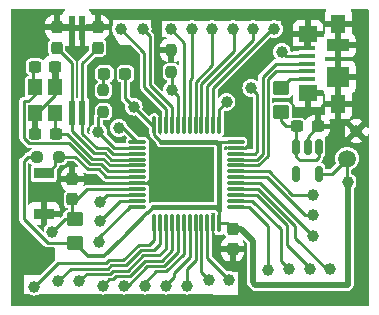
<source format=gbr>
%TF.GenerationSoftware,KiCad,Pcbnew,7.0.6*%
%TF.CreationDate,2024-08-02T03:26:17+05:00*%
%TF.ProjectId,Stm32Board,53746d33-3242-46f6-9172-642e6b696361,rev?*%
%TF.SameCoordinates,Original*%
%TF.FileFunction,Copper,L1,Top*%
%TF.FilePolarity,Positive*%
%FSLAX46Y46*%
G04 Gerber Fmt 4.6, Leading zero omitted, Abs format (unit mm)*
G04 Created by KiCad (PCBNEW 7.0.6) date 2024-08-02 03:26:17*
%MOMM*%
%LPD*%
G01*
G04 APERTURE LIST*
G04 Aperture macros list*
%AMRoundRect*
0 Rectangle with rounded corners*
0 $1 Rounding radius*
0 $2 $3 $4 $5 $6 $7 $8 $9 X,Y pos of 4 corners*
0 Add a 4 corners polygon primitive as box body*
4,1,4,$2,$3,$4,$5,$6,$7,$8,$9,$2,$3,0*
0 Add four circle primitives for the rounded corners*
1,1,$1+$1,$2,$3*
1,1,$1+$1,$4,$5*
1,1,$1+$1,$6,$7*
1,1,$1+$1,$8,$9*
0 Add four rect primitives between the rounded corners*
20,1,$1+$1,$2,$3,$4,$5,0*
20,1,$1+$1,$4,$5,$6,$7,0*
20,1,$1+$1,$6,$7,$8,$9,0*
20,1,$1+$1,$8,$9,$2,$3,0*%
G04 Aperture macros list end*
%TA.AperFunction,SMDPad,CuDef*%
%ADD10C,1.500000*%
%TD*%
%TA.AperFunction,SMDPad,CuDef*%
%ADD11C,1.000000*%
%TD*%
%TA.AperFunction,SMDPad,CuDef*%
%ADD12RoundRect,0.237500X0.237500X-0.300000X0.237500X0.300000X-0.237500X0.300000X-0.237500X-0.300000X0*%
%TD*%
%TA.AperFunction,SMDPad,CuDef*%
%ADD13R,1.700000X0.900000*%
%TD*%
%TA.AperFunction,SMDPad,CuDef*%
%ADD14RoundRect,0.237500X0.300000X0.237500X-0.300000X0.237500X-0.300000X-0.237500X0.300000X-0.237500X0*%
%TD*%
%TA.AperFunction,SMDPad,CuDef*%
%ADD15RoundRect,0.237500X-0.237500X0.300000X-0.237500X-0.300000X0.237500X-0.300000X0.237500X0.300000X0*%
%TD*%
%TA.AperFunction,SMDPad,CuDef*%
%ADD16R,1.200000X1.400000*%
%TD*%
%TA.AperFunction,SMDPad,CuDef*%
%ADD17RoundRect,0.237500X-0.300000X-0.237500X0.300000X-0.237500X0.300000X0.237500X-0.300000X0.237500X0*%
%TD*%
%TA.AperFunction,SMDPad,CuDef*%
%ADD18RoundRect,0.150000X-0.150000X0.512500X-0.150000X-0.512500X0.150000X-0.512500X0.150000X0.512500X0*%
%TD*%
%TA.AperFunction,SMDPad,CuDef*%
%ADD19RoundRect,0.237500X-0.250000X-0.237500X0.250000X-0.237500X0.250000X0.237500X-0.250000X0.237500X0*%
%TD*%
%TA.AperFunction,SMDPad,CuDef*%
%ADD20RoundRect,0.250000X-0.450000X0.350000X-0.450000X-0.350000X0.450000X-0.350000X0.450000X0.350000X0*%
%TD*%
%TA.AperFunction,SMDPad,CuDef*%
%ADD21R,1.380000X0.450000*%
%TD*%
%TA.AperFunction,SMDPad,CuDef*%
%ADD22R,1.300000X1.650000*%
%TD*%
%TA.AperFunction,SMDPad,CuDef*%
%ADD23R,1.550000X1.425000*%
%TD*%
%TA.AperFunction,SMDPad,CuDef*%
%ADD24R,1.900000X1.800000*%
%TD*%
%TA.AperFunction,SMDPad,CuDef*%
%ADD25R,1.900000X1.000000*%
%TD*%
%TA.AperFunction,SMDPad,CuDef*%
%ADD26R,0.600000X2.100000*%
%TD*%
%TA.AperFunction,SMDPad,CuDef*%
%ADD27RoundRect,0.237500X-0.237500X0.250000X-0.237500X-0.250000X0.237500X-0.250000X0.237500X0.250000X0*%
%TD*%
%TA.AperFunction,SMDPad,CuDef*%
%ADD28RoundRect,0.075000X-0.662500X-0.075000X0.662500X-0.075000X0.662500X0.075000X-0.662500X0.075000X0*%
%TD*%
%TA.AperFunction,SMDPad,CuDef*%
%ADD29RoundRect,0.075000X-0.075000X-0.662500X0.075000X-0.662500X0.075000X0.662500X-0.075000X0.662500X0*%
%TD*%
%TA.AperFunction,SMDPad,CuDef*%
%ADD30RoundRect,0.237500X0.237500X-0.250000X0.237500X0.250000X-0.237500X0.250000X-0.237500X-0.250000X0*%
%TD*%
%TA.AperFunction,SMDPad,CuDef*%
%ADD31RoundRect,0.237500X0.287500X0.237500X-0.287500X0.237500X-0.287500X-0.237500X0.287500X-0.237500X0*%
%TD*%
%TA.AperFunction,Conductor*%
%ADD32C,0.250000*%
%TD*%
%TA.AperFunction,Conductor*%
%ADD33C,0.400000*%
%TD*%
%TA.AperFunction,Conductor*%
%ADD34C,0.500000*%
%TD*%
%TA.AperFunction,Conductor*%
%ADD35C,0.350000*%
%TD*%
G04 APERTURE END LIST*
D10*
%TO.P,3.3v CPU,1,1*%
%TO.N,+3.3V*%
X180709000Y-85500000D03*
%TD*%
D11*
%TO.P,ADC_VCC0,1,1*%
%TO.N,Net-(U1-VDDA)*%
X155764000Y-91720000D03*
%TD*%
%TO.P,A9,1,1*%
%TO.N,Net-(U1-PA9)*%
X177859000Y-90275000D03*
%TD*%
%TO.P,A5,1,1*%
%TO.N,Net-(U1-PA5)*%
X158039000Y-95850000D03*
%TD*%
D12*
%TO.P,C1,1*%
%TO.N,Net-(U1-PC15)*%
X156139000Y-76105000D03*
%TO.P,C1,2*%
%TO.N,GND*%
X156139000Y-74380000D03*
%TD*%
D11*
%TO.P,B11,1,1*%
%TO.N,Net-(U1-PB11)*%
X170759000Y-95790000D03*
%TD*%
%TO.P,A13,1,1*%
%TO.N,Net-(U1-PA13)*%
X172609000Y-79525000D03*
%TD*%
%TO.P,A10,1,1*%
%TO.N,Net-(U1-PA10)*%
X177864000Y-88560000D03*
%TD*%
%TO.P,TP2,1,1*%
%TO.N,Net-(U1-PC13)*%
X159664000Y-83230000D03*
%TD*%
D13*
%TO.P,SW1,1,1*%
%TO.N,Net-(U1-NRST)*%
X155024000Y-86760000D03*
%TO.P,SW1,2,2*%
%TO.N,GND*%
X155024000Y-90160000D03*
%TD*%
D14*
%TO.P,C4,1*%
%TO.N,GND*%
X156024000Y-77712000D03*
%TO.P,C4,2*%
%TO.N,Net-(U1-PH1)*%
X154299000Y-77712000D03*
%TD*%
D11*
%TO.P,B7,1,1*%
%TO.N,Net-(U1-PB7)*%
X165779000Y-74575000D03*
%TD*%
D15*
%TO.P,C2,1*%
%TO.N,GND*%
X159609000Y-74394000D03*
%TO.P,C2,2*%
%TO.N,Net-(U1-PC14)*%
X159609000Y-76119000D03*
%TD*%
D16*
%TO.P,Y2,1,1*%
%TO.N,Net-(U1-PH1)*%
X154274000Y-79460000D03*
%TO.P,Y2,2,2*%
%TO.N,GND*%
X154274000Y-81660000D03*
%TO.P,Y2,3,3*%
%TO.N,Net-(U1-PH0)*%
X155974000Y-81660000D03*
%TO.P,Y2,4,4*%
%TO.N,GND*%
X155974000Y-79460000D03*
%TD*%
D17*
%TO.P,C5,1*%
%TO.N,Net-(U2-CE)*%
X176509000Y-82787500D03*
%TO.P,C5,2*%
%TO.N,GND*%
X178234000Y-82787500D03*
%TD*%
D11*
%TO.P,A6,1,1*%
%TO.N,Net-(U1-PA6)*%
X160034000Y-96270000D03*
%TD*%
%TO.P,TP36,1,1*%
%TO.N,Net-(U1-VLCD)*%
X161384000Y-82900000D03*
%TD*%
D18*
%TO.P,U2,1,VIN*%
%TO.N,Net-(U2-CE)*%
X178334000Y-84512500D03*
%TO.P,U2,2,GND*%
%TO.N,GND*%
X177384000Y-84512500D03*
%TO.P,U2,3,CE*%
%TO.N,Net-(U2-CE)*%
X176434000Y-84512500D03*
%TO.P,U2,4,NC*%
%TO.N,unconnected-(U2-NC-Pad4)*%
X176434000Y-86787500D03*
%TO.P,U2,5,VOUT*%
%TO.N,+3.3V*%
X178334000Y-86787500D03*
%TD*%
D11*
%TO.P,TP9,1,1*%
%TO.N,+3.3V*%
X180759000Y-87487500D03*
%TD*%
D19*
%TO.P,R2,1*%
%TO.N,+3.3V*%
X154469000Y-85360000D03*
%TO.P,R2,2*%
%TO.N,Net-(U1-NRST)*%
X156294000Y-85360000D03*
%TD*%
D11*
%TO.P,A2,1,1*%
%TO.N,Net-(U1-PA2)*%
X159744000Y-92590000D03*
%TD*%
D12*
%TO.P,C9,1*%
%TO.N,Net-(U1-VDDA)*%
X157454000Y-88965000D03*
%TO.P,C9,2*%
%TO.N,GND*%
X157454000Y-87240000D03*
%TD*%
D11*
%TO.P,B2,1,1*%
%TO.N,Net-(U1-PB2)*%
X167134000Y-96270000D03*
%TD*%
%TO.P,B8,1,1*%
%TO.N,Net-(U1-PB8)*%
X163409000Y-74550000D03*
%TD*%
%TO.P,TP3,1,1*%
%TO.N,Net-(U1-BOOT0)*%
X165859000Y-79700000D03*
%TD*%
%TO.P,B13,1,1*%
%TO.N,Net-(U1-PB13)*%
X175809000Y-94875000D03*
%TD*%
D14*
%TO.P,C3,1*%
%TO.N,Net-(U1-PH0)*%
X156046500Y-83420000D03*
%TO.P,C3,2*%
%TO.N,GND*%
X154321500Y-83420000D03*
%TD*%
D11*
%TO.P,TP39,1,1*%
%TO.N,+3.3V*%
X162646500Y-81112500D03*
%TD*%
%TO.P,B10,1,1*%
%TO.N,Net-(U1-PB10)*%
X169034000Y-95790000D03*
%TD*%
%TO.P,B1,1,1*%
%TO.N,Net-(U1-PB1)*%
X165359000Y-96270000D03*
%TD*%
%TO.P,B9,1,1*%
%TO.N,Net-(U1-PB9)*%
X161584000Y-74550000D03*
%TD*%
D15*
%TO.P,C6,1*%
%TO.N,+3.3V*%
X171034000Y-91450000D03*
%TO.P,C6,2*%
%TO.N,GND*%
X171034000Y-93175000D03*
%TD*%
D11*
%TO.P,B6,1,1*%
%TO.N,Net-(U1-PB6)*%
X167554000Y-74550000D03*
%TD*%
D20*
%TO.P,FB1,1*%
%TO.N,Net-(U1-VDDA)*%
X157644000Y-90650000D03*
%TO.P,FB1,2*%
%TO.N,+3.3V*%
X157644000Y-92650000D03*
%TD*%
D21*
%TO.P,J1,1,VBUS*%
%TO.N,+5V*%
X177324000Y-78775000D03*
%TO.P,J1,2,D-*%
%TO.N,Net-(J1-D-)*%
X177324000Y-78125000D03*
%TO.P,J1,3,D+*%
%TO.N,Net-(J1-D+)*%
X177324000Y-77475000D03*
%TO.P,J1,4,ID*%
%TO.N,Net-(J1-ID)*%
X177324000Y-76825000D03*
%TO.P,J1,5,GND*%
%TO.N,GND*%
X177324000Y-76175000D03*
D22*
%TO.P,J1,6,Shield*%
X179984000Y-80850000D03*
D23*
X177409000Y-79962500D03*
D24*
X179984000Y-78625000D03*
D25*
X179984000Y-75925000D03*
D23*
X177409000Y-74987500D03*
D22*
X179984000Y-74100000D03*
%TD*%
D11*
%TO.P,A4,1,1*%
%TO.N,Net-(U1-PA4)*%
X156264000Y-95875000D03*
%TD*%
D26*
%TO.P,Y1,1,1*%
%TO.N,Net-(U1-PC14)*%
X158314000Y-81630000D03*
%TO.P,Y1,2,2*%
%TO.N,GND*%
X158314000Y-74430000D03*
%TO.P,Y1,3,3*%
X157414000Y-74430000D03*
%TO.P,Y1,4,4*%
%TO.N,Net-(U1-PC15)*%
X157414000Y-81630000D03*
%TD*%
D11*
%TO.P,B5,1,1*%
%TO.N,Net-(U1-PB5)*%
X169304000Y-74550000D03*
%TD*%
%TO.P,B12,1,1*%
%TO.N,Net-(U1-PB12)*%
X174034000Y-94900000D03*
%TD*%
D27*
%TO.P,R1,1*%
%TO.N,GND*%
X165844000Y-76325000D03*
%TO.P,R1,2*%
%TO.N,Net-(U1-BOOT0)*%
X165844000Y-78150000D03*
%TD*%
D11*
%TO.P,A7,1,1*%
%TO.N,Net-(U1-PA7)*%
X161809000Y-96270000D03*
%TD*%
%TO.P,TP1,1,1*%
%TO.N,Net-(J1-ID)*%
X175184000Y-76460000D03*
%TD*%
D20*
%TO.P,FB2,1*%
%TO.N,+5V*%
X175134000Y-79562500D03*
%TO.P,FB2,2*%
%TO.N,Net-(U2-CE)*%
X175134000Y-81562500D03*
%TD*%
D28*
%TO.P,U1,1,VLCD*%
%TO.N,Net-(U1-VLCD)*%
X162971500Y-84087500D03*
%TO.P,U1,2,PC13*%
%TO.N,Net-(U1-PC13)*%
X162971500Y-84587500D03*
%TO.P,U1,3,PC14*%
%TO.N,Net-(U1-PC14)*%
X162971500Y-85087500D03*
%TO.P,U1,4,PC15*%
%TO.N,Net-(U1-PC15)*%
X162971500Y-85587500D03*
%TO.P,U1,5,PH0*%
%TO.N,Net-(U1-PH0)*%
X162971500Y-86087500D03*
%TO.P,U1,6,PH1*%
%TO.N,Net-(U1-PH1)*%
X162971500Y-86587500D03*
%TO.P,U1,7,NRST*%
%TO.N,Net-(U1-NRST)*%
X162971500Y-87087500D03*
%TO.P,U1,8,VSSA*%
%TO.N,GND*%
X162971500Y-87587500D03*
%TO.P,U1,9,VDDA*%
%TO.N,Net-(U1-VDDA)*%
X162971500Y-88087500D03*
%TO.P,U1,10,PA0*%
%TO.N,Net-(U1-PA0)*%
X162971500Y-88587500D03*
%TO.P,U1,11,PA1*%
%TO.N,Net-(U1-PA1)*%
X162971500Y-89087500D03*
%TO.P,U1,12,PA2*%
%TO.N,Net-(U1-PA2)*%
X162971500Y-89587500D03*
D29*
%TO.P,U1,13,PA3*%
%TO.N,Net-(U1-PA3)*%
X164384000Y-91000000D03*
%TO.P,U1,14,PA4*%
%TO.N,Net-(U1-PA4)*%
X164884000Y-91000000D03*
%TO.P,U1,15,PA5*%
%TO.N,Net-(U1-PA5)*%
X165384000Y-91000000D03*
%TO.P,U1,16,PA6*%
%TO.N,Net-(U1-PA6)*%
X165884000Y-91000000D03*
%TO.P,U1,17,PA7*%
%TO.N,Net-(U1-PA7)*%
X166384000Y-91000000D03*
%TO.P,U1,18,PB0*%
%TO.N,Net-(U1-PB0)*%
X166884000Y-91000000D03*
%TO.P,U1,19,PB1*%
%TO.N,Net-(U1-PB1)*%
X167384000Y-91000000D03*
%TO.P,U1,20,PB2*%
%TO.N,Net-(U1-PB2)*%
X167884000Y-91000000D03*
%TO.P,U1,21,PB10*%
%TO.N,Net-(U1-PB10)*%
X168384000Y-91000000D03*
%TO.P,U1,22,PB11*%
%TO.N,Net-(U1-PB11)*%
X168884000Y-91000000D03*
%TO.P,U1,23,VSS*%
%TO.N,GND*%
X169384000Y-91000000D03*
%TO.P,U1,24,VDD*%
%TO.N,+3.3V*%
X169884000Y-91000000D03*
D28*
%TO.P,U1,25,PB12*%
%TO.N,Net-(U1-PB12)*%
X171296500Y-89587500D03*
%TO.P,U1,26,PB13*%
%TO.N,Net-(U1-PB13)*%
X171296500Y-89087500D03*
%TO.P,U1,27,PB14*%
%TO.N,Net-(U1-PB14)*%
X171296500Y-88587500D03*
%TO.P,U1,28,PB15*%
%TO.N,Net-(U1-PB15)*%
X171296500Y-88087500D03*
%TO.P,U1,29,PA8*%
%TO.N,Net-(U1-PA8)*%
X171296500Y-87587500D03*
%TO.P,U1,30,PA9*%
%TO.N,Net-(U1-PA9)*%
X171296500Y-87087500D03*
%TO.P,U1,31,PA10*%
%TO.N,Net-(U1-PA10)*%
X171296500Y-86587500D03*
%TO.P,U1,32,PA11*%
%TO.N,Net-(J1-D-)*%
X171296500Y-86087500D03*
%TO.P,U1,33,PA12*%
%TO.N,Net-(J1-D+)*%
X171296500Y-85587500D03*
%TO.P,U1,34,PA13*%
%TO.N,Net-(U1-PA13)*%
X171296500Y-85087500D03*
%TO.P,U1,35,VSS*%
%TO.N,GND*%
X171296500Y-84587500D03*
%TO.P,U1,36,VDD*%
%TO.N,+3.3V*%
X171296500Y-84087500D03*
D29*
%TO.P,U1,37,PA14*%
%TO.N,Net-(U1-PA14)*%
X169884000Y-82675000D03*
%TO.P,U1,38,PA15*%
%TO.N,Net-(U1-PA15)*%
X169384000Y-82675000D03*
%TO.P,U1,39,PB3*%
%TO.N,Net-(U1-PB3)*%
X168884000Y-82675000D03*
%TO.P,U1,40,PB4*%
%TO.N,Net-(U1-PB4)*%
X168384000Y-82675000D03*
%TO.P,U1,41,PB5*%
%TO.N,Net-(U1-PB5)*%
X167884000Y-82675000D03*
%TO.P,U1,42,PB6*%
%TO.N,Net-(U1-PB6)*%
X167384000Y-82675000D03*
%TO.P,U1,43,PB7*%
%TO.N,Net-(U1-PB7)*%
X166884000Y-82675000D03*
%TO.P,U1,44,BOOT0*%
%TO.N,Net-(U1-BOOT0)*%
X166384000Y-82675000D03*
%TO.P,U1,45,PB8*%
%TO.N,Net-(U1-PB8)*%
X165884000Y-82675000D03*
%TO.P,U1,46,PB9*%
%TO.N,Net-(U1-PB9)*%
X165384000Y-82675000D03*
%TO.P,U1,47,VSS*%
%TO.N,GND*%
X164884000Y-82675000D03*
%TO.P,U1,48,VDD*%
%TO.N,+3.3V*%
X164384000Y-82675000D03*
%TD*%
D11*
%TO.P,A3,1,1*%
%TO.N,Net-(U1-PA3)*%
X154249000Y-96350000D03*
%TD*%
%TO.P,A0,1,1*%
%TO.N,Net-(U1-PA0)*%
X159814000Y-89140000D03*
%TD*%
D30*
%TO.P,R4,1*%
%TO.N,Net-(U1-PC13)*%
X160094000Y-81535000D03*
%TO.P,R4,2*%
%TO.N,Net-(D1-A)*%
X160094000Y-79710000D03*
%TD*%
D11*
%TO.P,A8,1,1*%
%TO.N,Net-(U1-PA8)*%
X177809000Y-92050000D03*
%TD*%
%TO.P,B4,1,1*%
%TO.N,Net-(U1-PB4)*%
X171054000Y-74525000D03*
%TD*%
D31*
%TO.P,D1,1,K*%
%TO.N,+3.3V*%
X161924000Y-78320000D03*
%TO.P,D1,2,A*%
%TO.N,Net-(D1-A)*%
X160174000Y-78320000D03*
%TD*%
D11*
%TO.P,B3,1,1*%
%TO.N,Net-(U1-PB3)*%
X172779000Y-74550000D03*
%TD*%
%TO.P,B14,1,1*%
%TO.N,Net-(U1-PB14)*%
X177559000Y-94875000D03*
%TD*%
%TO.P,TP10,1,1*%
%TO.N,GND*%
X181509000Y-83175000D03*
%TD*%
%TO.P,A15,1,1*%
%TO.N,Net-(U1-PA15)*%
X174554000Y-74550000D03*
%TD*%
%TO.P,A1,1,1*%
%TO.N,Net-(U1-PA1)*%
X159784000Y-90810000D03*
%TD*%
%TO.P,B15,1,1*%
%TO.N,Net-(U1-PB15)*%
X179309000Y-94875000D03*
%TD*%
%TO.P,B0,1,1*%
%TO.N,Net-(U1-PB0)*%
X163584000Y-96270000D03*
%TD*%
%TO.P,A14,1,1*%
%TO.N,Net-(U1-PA14)*%
X170509000Y-80700000D03*
%TD*%
D32*
%TO.N,GND*%
X163774685Y-87587500D02*
X162971500Y-87587500D01*
X164034000Y-87328185D02*
X163774685Y-87587500D01*
X161054000Y-80840000D02*
X164034000Y-83820000D01*
X164034000Y-83820000D02*
X164034000Y-87328185D01*
X161054000Y-76415000D02*
X161054000Y-80840000D01*
X163054000Y-77660000D02*
X161809000Y-76415000D01*
X161809000Y-76415000D02*
X161054000Y-76415000D01*
X163054000Y-79869000D02*
X163054000Y-77660000D01*
X164884000Y-81699000D02*
X163054000Y-79869000D01*
X164884000Y-82675000D02*
X164884000Y-81699000D01*
%TO.N,Net-(U1-NRST)*%
X155956000Y-85698000D02*
X156294000Y-85360000D01*
X155956000Y-86106000D02*
X155956000Y-85698000D01*
X155302000Y-86760000D02*
X155956000Y-86106000D01*
X155024000Y-86760000D02*
X155302000Y-86760000D01*
%TO.N,Net-(U1-PH0)*%
X160044812Y-85520000D02*
X160612312Y-86087500D01*
X155994000Y-83367500D02*
X156046500Y-83420000D01*
X160612312Y-86087500D02*
X162971500Y-86087500D01*
X155994000Y-82030000D02*
X155994000Y-83367500D01*
X157031208Y-83420000D02*
X159131208Y-85520000D01*
X159131208Y-85520000D02*
X160044812Y-85520000D01*
X156046500Y-83420000D02*
X157031208Y-83420000D01*
%TO.N,GND*%
X155994000Y-80080000D02*
X154294000Y-81780000D01*
X159609000Y-74394000D02*
X156184000Y-74394000D01*
X172359000Y-81200000D02*
X171434000Y-80275000D01*
X171434000Y-78780000D02*
X175351500Y-74862500D01*
X171296500Y-84587500D02*
X172099685Y-84587500D01*
X171434000Y-80275000D02*
X171434000Y-78780000D01*
X177384000Y-83637500D02*
X177384000Y-84512500D01*
X154294000Y-82030000D02*
X154294000Y-83392500D01*
X175351500Y-74862500D02*
X177284000Y-74862500D01*
X154294000Y-83392500D02*
X154321500Y-83420000D01*
X172359000Y-84328185D02*
X172359000Y-81200000D01*
X177284000Y-74862500D02*
X177409000Y-74987500D01*
X156199000Y-77712000D02*
X156199000Y-79625000D01*
X178234000Y-82787500D02*
X177384000Y-83637500D01*
X172099685Y-84587500D02*
X172359000Y-84328185D01*
%TO.N,Net-(U1-PH1)*%
X153739000Y-80635000D02*
X153349000Y-80635000D01*
X159858416Y-85970000D02*
X160475916Y-86587500D01*
X153788505Y-84220000D02*
X157194812Y-84220000D01*
X153349000Y-83780495D02*
X153788505Y-84220000D01*
X157194812Y-84220000D02*
X158944812Y-85970000D01*
X154294000Y-80080000D02*
X153739000Y-80635000D01*
X160475916Y-86587500D02*
X162971500Y-86587500D01*
X158944812Y-85970000D02*
X159858416Y-85970000D01*
X153349000Y-80635000D02*
X153349000Y-83780495D01*
X154124000Y-77712000D02*
X154124000Y-79660000D01*
%TO.N,Net-(U1-PC14)*%
X159504000Y-84620000D02*
X160417604Y-84620000D01*
X158314000Y-83430000D02*
X159504000Y-84620000D01*
X160417604Y-84620000D02*
X160885104Y-85087500D01*
X158314000Y-81630000D02*
X158314000Y-83430000D01*
X158314000Y-77414000D02*
X158314000Y-81630000D01*
X160885104Y-85087500D02*
X162971500Y-85087500D01*
X159609000Y-76119000D02*
X158314000Y-77414000D01*
%TO.N,Net-(U1-PC15)*%
X157414000Y-77449000D02*
X157414000Y-81630000D01*
X160748708Y-85587500D02*
X162971500Y-85587500D01*
X160231208Y-85070000D02*
X160748708Y-85587500D01*
X159317604Y-85070000D02*
X160231208Y-85070000D01*
X157414000Y-83166396D02*
X159317604Y-85070000D01*
X156134000Y-76169000D02*
X157414000Y-77449000D01*
X157414000Y-81630000D02*
X157414000Y-83166396D01*
%TO.N,Net-(U2-CE)*%
X176509000Y-82787500D02*
X175559000Y-82787500D01*
X176434000Y-82862500D02*
X176509000Y-82787500D01*
X176434000Y-84512500D02*
X176434000Y-82862500D01*
X178084000Y-85662500D02*
X176709000Y-85662500D01*
X178334000Y-85412500D02*
X178084000Y-85662500D01*
X175134000Y-82362500D02*
X175134000Y-81562500D01*
X175559000Y-82787500D02*
X175134000Y-82362500D01*
X178334000Y-84512500D02*
X178334000Y-85412500D01*
X176709000Y-85662500D02*
X176434000Y-85387500D01*
X176434000Y-85387500D02*
X176434000Y-84512500D01*
%TO.N,+3.3V*%
X153324000Y-90600000D02*
X153324000Y-85740000D01*
X169884000Y-91000000D02*
X169884000Y-89860000D01*
X179421500Y-86787500D02*
X180709000Y-85500000D01*
X153704000Y-85360000D02*
X154469000Y-85360000D01*
X161924000Y-78320000D02*
X161924000Y-80390000D01*
X153324000Y-85740000D02*
X153704000Y-85360000D01*
D33*
X169884000Y-84330000D02*
X169884000Y-89860000D01*
D32*
X161924000Y-80390000D02*
X162646500Y-81112500D01*
D34*
X171709000Y-91450000D02*
X171034000Y-91450000D01*
D33*
X169884000Y-89860000D02*
X169654000Y-89630000D01*
D34*
X180759000Y-87487500D02*
X180774000Y-87502500D01*
D35*
X161634000Y-92300000D02*
X163794000Y-90140000D01*
D34*
X172944000Y-96190000D02*
X172724000Y-95970000D01*
D32*
X178334000Y-86787500D02*
X179421500Y-86787500D01*
D34*
X172724000Y-92465000D02*
X171709000Y-91450000D01*
D32*
X171296500Y-84087500D02*
X169641500Y-84087500D01*
D33*
X164993315Y-84087500D02*
X169641500Y-84087500D01*
D32*
X164384000Y-82675000D02*
X164209000Y-82675000D01*
D34*
X172724000Y-95970000D02*
X172724000Y-92465000D01*
D32*
X164384000Y-83478185D02*
X164384000Y-82675000D01*
X164304000Y-89630000D02*
X163794000Y-90140000D01*
D33*
X169654000Y-89630000D02*
X164304000Y-89630000D01*
D32*
X180709000Y-85500000D02*
X180709000Y-87437500D01*
X157644000Y-92650000D02*
X155374000Y-92650000D01*
X180709000Y-87437500D02*
X180759000Y-87487500D01*
D35*
X157644000Y-92650000D02*
X158764000Y-93770000D01*
D32*
X169884000Y-91000000D02*
X170584000Y-91000000D01*
X155374000Y-92650000D02*
X153324000Y-90600000D01*
D35*
X161630498Y-92300000D02*
X161634000Y-92300000D01*
D33*
X169641500Y-84087500D02*
X169884000Y-84330000D01*
D34*
X180774000Y-87502500D02*
X180774000Y-96185000D01*
X180769000Y-96190000D02*
X172944000Y-96190000D01*
D35*
X158764000Y-93770000D02*
X160160498Y-93770000D01*
D32*
X164993315Y-84087500D02*
X164384000Y-83478185D01*
D35*
X160160498Y-93770000D02*
X161630498Y-92300000D01*
D34*
X180774000Y-96185000D02*
X180769000Y-96190000D01*
D32*
X164209000Y-82675000D02*
X162646500Y-81112500D01*
X170584000Y-91000000D02*
X171034000Y-91450000D01*
%TO.N,+5V*%
X177324000Y-78775000D02*
X175921500Y-78775000D01*
X175921500Y-78775000D02*
X175134000Y-79562500D01*
%TO.N,Net-(U1-VDDA)*%
X157454000Y-90460000D02*
X157644000Y-90650000D01*
X156834000Y-90650000D02*
X155764000Y-91720000D01*
X158721500Y-88087500D02*
X162971500Y-88087500D01*
X157844000Y-88965000D02*
X158721500Y-88087500D01*
X157454000Y-88965000D02*
X157454000Y-90460000D01*
X157454000Y-88965000D02*
X157844000Y-88965000D01*
X157644000Y-90650000D02*
X156834000Y-90650000D01*
%TO.N,Net-(U1-BOOT0)*%
X166384000Y-80225000D02*
X165859000Y-79700000D01*
X165859000Y-78165000D02*
X165844000Y-78150000D01*
X166384000Y-82675000D02*
X166384000Y-80225000D01*
X165859000Y-79700000D02*
X165859000Y-78165000D01*
%TO.N,Net-(U1-NRST)*%
X158758416Y-86420000D02*
X157698416Y-85360000D01*
X157698416Y-85360000D02*
X156294000Y-85360000D01*
X160339520Y-87087500D02*
X159672020Y-86420000D01*
X162971500Y-87087500D02*
X160339520Y-87087500D01*
X159672020Y-86420000D02*
X158758416Y-86420000D01*
%TO.N,Net-(J1-ID)*%
X177324000Y-76825000D02*
X175549000Y-76825000D01*
X175549000Y-76825000D02*
X175184000Y-76460000D01*
%TO.N,Net-(U1-PC13)*%
X162971500Y-84587500D02*
X161021500Y-84587500D01*
X161021500Y-84587500D02*
X159664000Y-83230000D01*
X159664000Y-81965000D02*
X160094000Y-81535000D01*
X159664000Y-83230000D02*
X159664000Y-81965000D01*
%TO.N,Net-(U1-PB0)*%
X163584000Y-96040000D02*
X163584000Y-96270000D01*
X164574000Y-95050000D02*
X163584000Y-96040000D01*
X166884000Y-91000000D02*
X166884000Y-93552792D01*
X165386792Y-95050000D02*
X164574000Y-95050000D01*
X166884000Y-93552792D02*
X165386792Y-95050000D01*
%TO.N,Net-(U1-PB1)*%
X165359000Y-96175000D02*
X165359000Y-96270000D01*
X166034000Y-95190000D02*
X166034000Y-95500000D01*
X167384000Y-93840000D02*
X166034000Y-95190000D01*
X167384000Y-91000000D02*
X167384000Y-93840000D01*
X166034000Y-95500000D02*
X165359000Y-96175000D01*
%TO.N,Net-(U1-PB2)*%
X167884000Y-91000000D02*
X167884000Y-94080000D01*
X167134000Y-94830000D02*
X167134000Y-96270000D01*
X167884000Y-94080000D02*
X167134000Y-94830000D01*
%TO.N,Net-(U1-PB3)*%
X172779000Y-75435000D02*
X172779000Y-74550000D01*
X168884000Y-82675000D02*
X168884000Y-79330000D01*
X168884000Y-79330000D02*
X172779000Y-75435000D01*
%TO.N,Net-(U1-PB4)*%
X168384000Y-82675000D02*
X168384000Y-79190000D01*
X171174000Y-76400000D02*
X171174000Y-74215000D01*
X168384000Y-79190000D02*
X171174000Y-76400000D01*
%TO.N,Net-(U1-PB5)*%
X169304000Y-77590000D02*
X169304000Y-74550000D01*
X167884000Y-82675000D02*
X167884000Y-79010000D01*
X167884000Y-79010000D02*
X169304000Y-77590000D01*
%TO.N,Net-(U1-PB6)*%
X167554000Y-74550000D02*
X167554000Y-74360000D01*
X167574000Y-78683604D02*
X167574000Y-74570000D01*
X167554000Y-74360000D02*
X167674000Y-74240000D01*
X167574000Y-74570000D02*
X167554000Y-74550000D01*
X167384000Y-82675000D02*
X167384000Y-78873604D01*
X167384000Y-78873604D02*
X167574000Y-78683604D01*
%TO.N,Net-(U1-PB7)*%
X165779000Y-74575000D02*
X166884000Y-75680000D01*
X165899000Y-74265000D02*
X165779000Y-74385000D01*
X166884000Y-75680000D02*
X166884000Y-82675000D01*
X165779000Y-74385000D02*
X165779000Y-74575000D01*
%TO.N,Net-(U1-PB8)*%
X165884000Y-81157995D02*
X164014000Y-79287995D01*
X165884000Y-82675000D02*
X165884000Y-81157995D01*
X164014000Y-75155000D02*
X163409000Y-74550000D01*
X164014000Y-79287995D02*
X164014000Y-75155000D01*
%TO.N,Net-(U1-PB9)*%
X165384000Y-81294391D02*
X163564000Y-79474391D01*
X163564000Y-79474391D02*
X163564000Y-76530000D01*
X163564000Y-76530000D02*
X161584000Y-74550000D01*
X165384000Y-82675000D02*
X165384000Y-81294391D01*
%TO.N,Net-(U1-PB10)*%
X168384000Y-95140000D02*
X169034000Y-95790000D01*
X168384000Y-91000000D02*
X168384000Y-95140000D01*
%TO.N,Net-(U1-PB11)*%
X168884000Y-93915000D02*
X170759000Y-95790000D01*
X168884000Y-91000000D02*
X168884000Y-93915000D01*
%TO.N,Net-(U1-PB12)*%
X174034000Y-91250000D02*
X174034000Y-94900000D01*
X172371500Y-89587500D02*
X174034000Y-91250000D01*
X171296500Y-89587500D02*
X172371500Y-89587500D01*
%TO.N,Net-(U1-PB13)*%
X172698093Y-89087500D02*
X175084000Y-91473407D01*
X175084000Y-91473407D02*
X175084000Y-94150000D01*
X171296500Y-89087500D02*
X172698093Y-89087500D01*
X175084000Y-94150000D02*
X175809000Y-94875000D01*
%TO.N,Net-(U1-PB14)*%
X171296500Y-88587500D02*
X173073708Y-88587500D01*
X175634000Y-92825000D02*
X177559000Y-94750000D01*
X173073708Y-88587500D02*
X175634000Y-91147792D01*
X177559000Y-94750000D02*
X177559000Y-94875000D01*
X175634000Y-91147792D02*
X175634000Y-92825000D01*
%TO.N,Net-(U1-PB15)*%
X173210104Y-88087500D02*
X176334000Y-91211396D01*
X171296500Y-88087500D02*
X173210104Y-88087500D01*
X176334000Y-91211396D02*
X176334000Y-92200000D01*
X179009000Y-94875000D02*
X179309000Y-94875000D01*
X176334000Y-92200000D02*
X179009000Y-94875000D01*
%TO.N,Net-(U1-PA15)*%
X169384000Y-79530000D02*
X174364000Y-74550000D01*
X169384000Y-82675000D02*
X169384000Y-79530000D01*
X174364000Y-74550000D02*
X174554000Y-74550000D01*
%TO.N,Net-(U1-PA14)*%
X169884000Y-81325000D02*
X170509000Y-80700000D01*
X169884000Y-82675000D02*
X169884000Y-81325000D01*
%TO.N,Net-(U1-PA13)*%
X172923708Y-85087500D02*
X173109000Y-84902208D01*
X171296500Y-85087500D02*
X172923708Y-85087500D01*
X173109000Y-80025000D02*
X172609000Y-79525000D01*
X173109000Y-84902208D02*
X173109000Y-80025000D01*
X171296500Y-85087500D02*
X171309000Y-85100000D01*
%TO.N,Net-(U1-PA10)*%
X171296500Y-86587500D02*
X174071500Y-86587500D01*
X174071500Y-86587500D02*
X176044000Y-88560000D01*
X176044000Y-88560000D02*
X177864000Y-88560000D01*
%TO.N,Net-(U1-PA9)*%
X173935104Y-87087500D02*
X177122604Y-90275000D01*
X171296500Y-87087500D02*
X173935104Y-87087500D01*
X177122604Y-90275000D02*
X177859000Y-90275000D01*
%TO.N,Net-(U1-PA8)*%
X173346500Y-87587500D02*
X177809000Y-92050000D01*
X171296500Y-87587500D02*
X173346500Y-87587500D01*
%TO.N,Net-(U1-PA7)*%
X162144000Y-96270000D02*
X161809000Y-96270000D01*
X166384000Y-93416396D02*
X165200396Y-94600000D01*
X166384000Y-91000000D02*
X166384000Y-93416396D01*
X163814000Y-94600000D02*
X162144000Y-96270000D01*
X165200396Y-94600000D02*
X163814000Y-94600000D01*
%TO.N,Net-(U1-PA6)*%
X162332604Y-95445000D02*
X161135396Y-95445000D01*
X165884000Y-91000000D02*
X165884000Y-93280000D01*
X160860396Y-95720000D02*
X160584000Y-95720000D01*
X165014000Y-94150000D02*
X163627604Y-94150000D01*
X160584000Y-95720000D02*
X160034000Y-96270000D01*
X165884000Y-93280000D02*
X165014000Y-94150000D01*
X163627604Y-94150000D02*
X162332604Y-95445000D01*
X161135396Y-95445000D02*
X160860396Y-95720000D01*
%TO.N,Net-(U1-PA5)*%
X162146208Y-94995000D02*
X160915396Y-94995000D01*
X158664000Y-95270000D02*
X158039000Y-95895000D01*
X160640396Y-95270000D02*
X158664000Y-95270000D01*
X165384000Y-93125000D02*
X164809000Y-93700000D01*
X160915396Y-94995000D02*
X160640396Y-95270000D01*
X163441208Y-93700000D02*
X162146208Y-94995000D01*
X165384000Y-91000000D02*
X165384000Y-93125000D01*
X164809000Y-93700000D02*
X163441208Y-93700000D01*
%TO.N,Net-(U1-PA4)*%
X157319000Y-94820000D02*
X156264000Y-95875000D01*
X164884000Y-91000000D02*
X164909000Y-91025000D01*
X164909000Y-91025000D02*
X164909000Y-92700000D01*
X160454000Y-94820000D02*
X157319000Y-94820000D01*
X164909000Y-92700000D02*
X164359000Y-93250000D01*
X160729000Y-94545000D02*
X160454000Y-94820000D01*
X163254812Y-93250000D02*
X161959812Y-94545000D01*
X164359000Y-93250000D02*
X163254812Y-93250000D01*
X161959812Y-94545000D02*
X160729000Y-94545000D01*
%TO.N,Net-(U1-PA3)*%
X161773416Y-94095000D02*
X160542604Y-94095000D01*
X164384000Y-91000000D02*
X164384000Y-92375000D01*
X156229000Y-94370000D02*
X154249000Y-96350000D01*
X160542604Y-94095000D02*
X160267604Y-94370000D01*
X160267604Y-94370000D02*
X156229000Y-94370000D01*
X164384000Y-92375000D02*
X163959000Y-92800000D01*
X163068416Y-92800000D02*
X161773416Y-94095000D01*
X163959000Y-92800000D02*
X163068416Y-92800000D01*
%TO.N,Net-(U1-PA2)*%
X159744000Y-92180000D02*
X159744000Y-92590000D01*
X162971500Y-89587500D02*
X162336500Y-89587500D01*
X162336500Y-89587500D02*
X159744000Y-92180000D01*
%TO.N,Net-(U1-PA1)*%
X161506500Y-89087500D02*
X159784000Y-90810000D01*
X162971500Y-89087500D02*
X161506500Y-89087500D01*
%TO.N,Net-(U1-PA0)*%
X162971500Y-88587500D02*
X160366500Y-88587500D01*
X160366500Y-88587500D02*
X159814000Y-89140000D01*
%TO.N,Net-(U1-VLCD)*%
X162971500Y-84087500D02*
X161784000Y-82900000D01*
X161784000Y-82900000D02*
X161384000Y-82900000D01*
%TO.N,Net-(J1-D-)*%
X174009000Y-85275000D02*
X173196500Y-86087500D01*
X173196500Y-86087500D02*
X171296500Y-86087500D01*
X177324000Y-78125000D02*
X174659000Y-78125000D01*
X174009000Y-78775000D02*
X174009000Y-85275000D01*
X174659000Y-78125000D02*
X174009000Y-78775000D01*
%TO.N,Net-(J1-D+)*%
X173559000Y-85088604D02*
X173060104Y-85587500D01*
X177324000Y-77475000D02*
X174672604Y-77475000D01*
X173060104Y-85587500D02*
X171296500Y-85587500D01*
X173559000Y-78588604D02*
X173559000Y-85088604D01*
X174672604Y-77475000D02*
X173559000Y-78588604D01*
%TO.N,Net-(D1-A)*%
X160094000Y-78400000D02*
X160174000Y-78320000D01*
X160094000Y-79710000D02*
X160094000Y-78400000D01*
%TD*%
%TA.AperFunction,Conductor*%
%TO.N,GND*%
G36*
X154509648Y-81424352D02*
G01*
X154524000Y-81459000D01*
X154524000Y-82405000D01*
X154525060Y-82406060D01*
X154557148Y-82419352D01*
X154571500Y-82454000D01*
X154571500Y-83621000D01*
X154557148Y-83655648D01*
X154522500Y-83670000D01*
X154120500Y-83670000D01*
X154085852Y-83655648D01*
X154071500Y-83621000D01*
X154071500Y-82900000D01*
X154070439Y-82898939D01*
X154038352Y-82885648D01*
X154024000Y-82851000D01*
X154024000Y-81459000D01*
X154038352Y-81424352D01*
X154073000Y-81410000D01*
X154475000Y-81410000D01*
X154509648Y-81424352D01*
G37*
%TD.AperFunction*%
%TA.AperFunction,Conductor*%
G36*
X156259648Y-77476352D02*
G01*
X156274000Y-77511000D01*
X156274000Y-78678000D01*
X156259648Y-78712648D01*
X156225000Y-78727000D01*
X156224000Y-78727000D01*
X156224000Y-79661000D01*
X156209648Y-79695648D01*
X156175000Y-79710000D01*
X155773000Y-79710000D01*
X155738352Y-79695648D01*
X155724000Y-79661000D01*
X155724000Y-78269000D01*
X155738352Y-78234352D01*
X155773000Y-78220000D01*
X155774000Y-78220000D01*
X155774000Y-77511000D01*
X155788352Y-77476352D01*
X155823000Y-77462000D01*
X156225000Y-77462000D01*
X156259648Y-77476352D01*
G37*
%TD.AperFunction*%
%TA.AperFunction,Conductor*%
G36*
X156824751Y-72861762D02*
G01*
X156859390Y-72876131D01*
X156873724Y-72910786D01*
X156859354Y-72945427D01*
X156854089Y-72949987D01*
X156756811Y-73022811D01*
X156670648Y-73137908D01*
X156620401Y-73272626D01*
X156620401Y-73272627D01*
X156615342Y-73319682D01*
X156597369Y-73352598D01*
X156561385Y-73363163D01*
X156551211Y-73360957D01*
X156526650Y-73352819D01*
X156425649Y-73342500D01*
X156389000Y-73342500D01*
X156389000Y-74130000D01*
X157105000Y-74130000D01*
X157139648Y-74144352D01*
X157154000Y-74179000D01*
X157154000Y-74180000D01*
X158594000Y-74180000D01*
X158603192Y-74170807D01*
X158608352Y-74158352D01*
X158643000Y-74144000D01*
X159359000Y-74144000D01*
X159359000Y-73356500D01*
X159859000Y-73356500D01*
X159859000Y-74144000D01*
X160583999Y-74144000D01*
X160583999Y-74044851D01*
X160573681Y-73943851D01*
X160519452Y-73780196D01*
X160428943Y-73633460D01*
X160307039Y-73511556D01*
X160160303Y-73421047D01*
X159996648Y-73366818D01*
X159895649Y-73356500D01*
X159859000Y-73356500D01*
X159359000Y-73356500D01*
X159359000Y-73356499D01*
X159322352Y-73356500D01*
X159221349Y-73366819D01*
X159178412Y-73381046D01*
X159141008Y-73378321D01*
X159116487Y-73349945D01*
X159114000Y-73334533D01*
X159114000Y-73332165D01*
X159107598Y-73272627D01*
X159107598Y-73272626D01*
X159057351Y-73137908D01*
X158971188Y-73022811D01*
X158875339Y-72951057D01*
X158856203Y-72918804D01*
X158865478Y-72882466D01*
X158897731Y-72863330D01*
X158904716Y-72862831D01*
X178912399Y-72873123D01*
X178947040Y-72887493D01*
X178961374Y-72922148D01*
X178951600Y-72951488D01*
X178890648Y-73032908D01*
X178840401Y-73167626D01*
X178840401Y-73167627D01*
X178834000Y-73227165D01*
X178834000Y-73850000D01*
X181134000Y-73850000D01*
X181134000Y-73227165D01*
X181127598Y-73167627D01*
X181127598Y-73167626D01*
X181077351Y-73032908D01*
X181017225Y-72952591D01*
X181007950Y-72916253D01*
X181027086Y-72884000D01*
X181056475Y-72874226D01*
X181682141Y-72874547D01*
X182510025Y-72874974D01*
X182544666Y-72889344D01*
X182559000Y-72923974D01*
X182559000Y-82861161D01*
X182544648Y-82895809D01*
X182510000Y-82910161D01*
X182475352Y-82895809D01*
X182463110Y-82875385D01*
X182437350Y-82790468D01*
X182437345Y-82790456D01*
X182371077Y-82666476D01*
X182371076Y-82666475D01*
X181862553Y-83174999D01*
X181862553Y-83175000D01*
X182371076Y-83683523D01*
X182371077Y-83683522D01*
X182437345Y-83559543D01*
X182437350Y-83559531D01*
X182463110Y-83474614D01*
X182486902Y-83445624D01*
X182524224Y-83441948D01*
X182553214Y-83465740D01*
X182559000Y-83488838D01*
X182559000Y-97939500D01*
X182544648Y-97974148D01*
X182510000Y-97988500D01*
X152270500Y-97988500D01*
X152235852Y-97974148D01*
X152221500Y-97939500D01*
X152221500Y-90584268D01*
X152943633Y-90584268D01*
X152947385Y-90614371D01*
X152948312Y-90621804D01*
X152948500Y-90624837D01*
X152948500Y-90631114D01*
X152951735Y-90650500D01*
X152952342Y-90654140D01*
X152959133Y-90708625D01*
X152959491Y-90709357D01*
X152963800Y-90722803D01*
X152963935Y-90723610D01*
X152969638Y-90734148D01*
X152990055Y-90771878D01*
X153014171Y-90821207D01*
X153014175Y-90821212D01*
X153014748Y-90821785D01*
X153023191Y-90833106D01*
X153023581Y-90833826D01*
X153063970Y-90871007D01*
X154584157Y-92391195D01*
X155077350Y-92884388D01*
X155083722Y-92892235D01*
X155093911Y-92907829D01*
X155093916Y-92907836D01*
X155123764Y-92931067D01*
X155126040Y-92933078D01*
X155130482Y-92937520D01*
X155149495Y-92951094D01*
X155192811Y-92984809D01*
X155193572Y-92985070D01*
X155206144Y-92991541D01*
X155206801Y-92992010D01*
X155259403Y-93007670D01*
X155311340Y-93025500D01*
X155312156Y-93025500D01*
X155326136Y-93027537D01*
X155326912Y-93027768D01*
X155381756Y-93025500D01*
X155935000Y-93025500D01*
X155969648Y-93039852D01*
X155984000Y-93074500D01*
X155984000Y-94020035D01*
X155970047Y-94054280D01*
X154718417Y-95335245D01*
X154683938Y-95349997D01*
X154683370Y-95350000D01*
X153364000Y-95350000D01*
X153364000Y-96990000D01*
X153363999Y-96990000D01*
X153365085Y-96990001D01*
X153844099Y-96990760D01*
X153870088Y-96998270D01*
X153921310Y-97030456D01*
X154080941Y-97086313D01*
X154249000Y-97105249D01*
X154417059Y-97086313D01*
X154576690Y-97030456D01*
X154625872Y-96999552D01*
X154652016Y-96992042D01*
X159840428Y-97000269D01*
X159856529Y-97003019D01*
X159865941Y-97006313D01*
X160034000Y-97025249D01*
X160202059Y-97006313D01*
X160209719Y-97003632D01*
X160225983Y-97000881D01*
X161623511Y-97003097D01*
X161639614Y-97005848D01*
X161640941Y-97006313D01*
X161809000Y-97025249D01*
X161977059Y-97006313D01*
X161977062Y-97006311D01*
X161979739Y-97005701D01*
X161979787Y-97005914D01*
X161992975Y-97003683D01*
X163411227Y-97005932D01*
X163413931Y-97006086D01*
X163415938Y-97006312D01*
X163415941Y-97006313D01*
X163584000Y-97025249D01*
X163749272Y-97006626D01*
X163752046Y-97006473D01*
X165211582Y-97008787D01*
X165214256Y-97008939D01*
X165359000Y-97025249D01*
X165499637Y-97009401D01*
X165502412Y-97009248D01*
X167011921Y-97011642D01*
X167014595Y-97011794D01*
X167134000Y-97025249D01*
X167250002Y-97012177D01*
X167252777Y-97012024D01*
X171470845Y-97018714D01*
X171468441Y-96043293D01*
X171471190Y-96026996D01*
X171495313Y-95958059D01*
X171514249Y-95790000D01*
X171495313Y-95621941D01*
X171469934Y-95549414D01*
X171467185Y-95533356D01*
X171466195Y-95131101D01*
X171466194Y-95131100D01*
X171134112Y-95130525D01*
X171108127Y-95123014D01*
X171091628Y-95112647D01*
X171086690Y-95109544D01*
X170927059Y-95053687D01*
X170927055Y-95053686D01*
X170927053Y-95053686D01*
X170759000Y-95034751D01*
X170590947Y-95053686D01*
X170590944Y-95053686D01*
X170590941Y-95053687D01*
X170590937Y-95053688D01*
X170588264Y-95054299D01*
X170587948Y-95052917D01*
X170554976Y-95051056D01*
X170541601Y-95041563D01*
X169273852Y-93773813D01*
X169259500Y-93739165D01*
X169259500Y-93425000D01*
X170059001Y-93425000D01*
X170059001Y-93524148D01*
X170069318Y-93625148D01*
X170123547Y-93788803D01*
X170214056Y-93935539D01*
X170335960Y-94057443D01*
X170482696Y-94147952D01*
X170646351Y-94202181D01*
X170747338Y-94212498D01*
X170747362Y-94212499D01*
X170784000Y-94212498D01*
X170784000Y-93425000D01*
X171284000Y-93425000D01*
X171284000Y-94212499D01*
X171320648Y-94212499D01*
X171421648Y-94202181D01*
X171585303Y-94147952D01*
X171732039Y-94057443D01*
X171853943Y-93935539D01*
X171944452Y-93788803D01*
X171998681Y-93625148D01*
X172009000Y-93524149D01*
X172009000Y-93425000D01*
X171284000Y-93425000D01*
X170784000Y-93425000D01*
X170059001Y-93425000D01*
X169259500Y-93425000D01*
X169259500Y-91799136D01*
X169264091Y-91778428D01*
X169266497Y-91773267D01*
X169278259Y-91748045D01*
X169284500Y-91700639D01*
X169284499Y-90299362D01*
X169278259Y-90251955D01*
X169264090Y-90221569D01*
X169230814Y-90150208D01*
X169229178Y-90112741D01*
X169254515Y-90085091D01*
X169275223Y-90080500D01*
X169447101Y-90080500D01*
X169481749Y-90094852D01*
X169494147Y-90107250D01*
X169508499Y-90141898D01*
X169508499Y-90200862D01*
X169503909Y-90221569D01*
X169489740Y-90251955D01*
X169483500Y-90299362D01*
X169483500Y-91700632D01*
X169483501Y-91700638D01*
X169489740Y-91748045D01*
X169538253Y-91852079D01*
X169538254Y-91852081D01*
X169619418Y-91933245D01*
X169619420Y-91933246D01*
X169619421Y-91933247D01*
X169723455Y-91981759D01*
X169770861Y-91988000D01*
X169997138Y-91987999D01*
X170044545Y-91981759D01*
X170148579Y-91933247D01*
X170229747Y-91852079D01*
X170229749Y-91852073D01*
X170231068Y-91850191D01*
X170232634Y-91849192D01*
X170232779Y-91849048D01*
X170232811Y-91849080D01*
X170262693Y-91830034D01*
X170299309Y-91838144D01*
X170317122Y-91861164D01*
X170363786Y-91986275D01*
X170363788Y-91986279D01*
X170447883Y-92098615D01*
X170447884Y-92098616D01*
X170481734Y-92123956D01*
X170500870Y-92156207D01*
X170491596Y-92192545D01*
X170478093Y-92204885D01*
X170335965Y-92292552D01*
X170335960Y-92292556D01*
X170214056Y-92414460D01*
X170123547Y-92561196D01*
X170069318Y-92724851D01*
X170059000Y-92825850D01*
X170059000Y-92925000D01*
X172008999Y-92925000D01*
X172008999Y-92825851D01*
X171998681Y-92724851D01*
X171944452Y-92561196D01*
X171894221Y-92479760D01*
X171888247Y-92442736D01*
X171910202Y-92412331D01*
X171947226Y-92406357D01*
X171970574Y-92419388D01*
X172209147Y-92657961D01*
X172223499Y-92692609D01*
X172223500Y-95910920D01*
X172222380Y-95921335D01*
X172219641Y-95933927D01*
X172223438Y-95987020D01*
X172223500Y-95988752D01*
X172223500Y-96005799D01*
X172225925Y-96022668D01*
X172226112Y-96024406D01*
X172229908Y-96077478D01*
X172229908Y-96077480D01*
X172229909Y-96077483D01*
X172234412Y-96089557D01*
X172237000Y-96099697D01*
X172238835Y-96112460D01*
X172260934Y-96160848D01*
X172261604Y-96162464D01*
X172280202Y-96212328D01*
X172280203Y-96212330D01*
X172280204Y-96212331D01*
X172287929Y-96222651D01*
X172293272Y-96231656D01*
X172298623Y-96243374D01*
X172333457Y-96283575D01*
X172334555Y-96284937D01*
X172344775Y-96298589D01*
X172344778Y-96298592D01*
X172344779Y-96298593D01*
X172356842Y-96310656D01*
X172358022Y-96311924D01*
X172371484Y-96327460D01*
X172392872Y-96352143D01*
X172403713Y-96359110D01*
X172411870Y-96365684D01*
X172548316Y-96502130D01*
X172554888Y-96510285D01*
X172561857Y-96521128D01*
X172602087Y-96555987D01*
X172603340Y-96557154D01*
X172613328Y-96567142D01*
X172615407Y-96569221D01*
X172629055Y-96579438D01*
X172630417Y-96580536D01*
X172670623Y-96615374D01*
X172670625Y-96615376D01*
X172682340Y-96620726D01*
X172691347Y-96626070D01*
X172701668Y-96633795D01*
X172701669Y-96633796D01*
X172742155Y-96648896D01*
X172751523Y-96652390D01*
X172753140Y-96653060D01*
X172773200Y-96662221D01*
X172801543Y-96675165D01*
X172814300Y-96676999D01*
X172824442Y-96679587D01*
X172836517Y-96684091D01*
X172889600Y-96687887D01*
X172891312Y-96688071D01*
X172908201Y-96690500D01*
X172925248Y-96690500D01*
X172926979Y-96690561D01*
X172980073Y-96694359D01*
X172992663Y-96691620D01*
X173003080Y-96690500D01*
X180709920Y-96690500D01*
X180720336Y-96691620D01*
X180732927Y-96694359D01*
X180786020Y-96690561D01*
X180787752Y-96690500D01*
X180804795Y-96690500D01*
X180804799Y-96690500D01*
X180821689Y-96688070D01*
X180823373Y-96687889D01*
X180876483Y-96684091D01*
X180888557Y-96679587D01*
X180898699Y-96676998D01*
X180911457Y-96675165D01*
X180959869Y-96653054D01*
X180961473Y-96652391D01*
X180961476Y-96652390D01*
X180970857Y-96648891D01*
X180972486Y-96648348D01*
X180984053Y-96644953D01*
X180984056Y-96644950D01*
X180986630Y-96643775D01*
X180992631Y-96640769D01*
X181011331Y-96633796D01*
X181021653Y-96626068D01*
X181030647Y-96620731D01*
X181042373Y-96615377D01*
X181075039Y-96587070D01*
X181080626Y-96582888D01*
X181105128Y-96567143D01*
X181124205Y-96545124D01*
X181129124Y-96540205D01*
X181151143Y-96521128D01*
X181166888Y-96496626D01*
X181171070Y-96491039D01*
X181199377Y-96458373D01*
X181204731Y-96446647D01*
X181210068Y-96437653D01*
X181217796Y-96427331D01*
X181224769Y-96408631D01*
X181227775Y-96402630D01*
X181228951Y-96400056D01*
X181228950Y-96400056D01*
X181228953Y-96400053D01*
X181232348Y-96388486D01*
X181232891Y-96386857D01*
X181236392Y-96377468D01*
X181237054Y-96375869D01*
X181259165Y-96327457D01*
X181260998Y-96314699D01*
X181263587Y-96304557D01*
X181268091Y-96292483D01*
X181271889Y-96239373D01*
X181272070Y-96237689D01*
X181274500Y-96220799D01*
X181274500Y-96203752D01*
X181274561Y-96202020D01*
X181278359Y-96148927D01*
X181275619Y-96136335D01*
X181274500Y-96125920D01*
X181274500Y-88053663D01*
X181288852Y-88019015D01*
X181307328Y-88000539D01*
X181349477Y-87958390D01*
X181439456Y-87815190D01*
X181495313Y-87655559D01*
X181514249Y-87487500D01*
X181495313Y-87319441D01*
X181439456Y-87159810D01*
X181349477Y-87016610D01*
X181229890Y-86897023D01*
X181229887Y-86897021D01*
X181107430Y-86820075D01*
X181085728Y-86789489D01*
X181084500Y-86778586D01*
X181084500Y-86463114D01*
X181098852Y-86428466D01*
X181110397Y-86419903D01*
X181267538Y-86335910D01*
X181419883Y-86210883D01*
X181544910Y-86058538D01*
X181637814Y-85884727D01*
X181695024Y-85696132D01*
X181714341Y-85500000D01*
X181714031Y-85496857D01*
X181712438Y-85480681D01*
X181695024Y-85303868D01*
X181637814Y-85115273D01*
X181544910Y-84941462D01*
X181544907Y-84941458D01*
X181544905Y-84941455D01*
X181445835Y-84820740D01*
X181419883Y-84789117D01*
X181312068Y-84700635D01*
X181267544Y-84664094D01*
X181267541Y-84664092D01*
X181267539Y-84664091D01*
X181267538Y-84664090D01*
X181166066Y-84609852D01*
X181093726Y-84571185D01*
X180905132Y-84513976D01*
X180709000Y-84494659D01*
X180512867Y-84513976D01*
X180512866Y-84513976D01*
X180324273Y-84571185D01*
X180150458Y-84664092D01*
X180150455Y-84664094D01*
X179998117Y-84789117D01*
X179873094Y-84941455D01*
X179873092Y-84941458D01*
X179780185Y-85115273D01*
X179722976Y-85303866D01*
X179722976Y-85303867D01*
X179703659Y-85499999D01*
X179703659Y-85500000D01*
X179722976Y-85696132D01*
X179722976Y-85696133D01*
X179774697Y-85866633D01*
X179771021Y-85903955D01*
X179762455Y-85915505D01*
X179280314Y-86397648D01*
X179245666Y-86412000D01*
X178933499Y-86412000D01*
X178898851Y-86397648D01*
X178884499Y-86363000D01*
X178884499Y-86243482D01*
X178869646Y-86149696D01*
X178812054Y-86036664D01*
X178812049Y-86036657D01*
X178722342Y-85946950D01*
X178722335Y-85946945D01*
X178609308Y-85889355D01*
X178609305Y-85889354D01*
X178609304Y-85889354D01*
X178515519Y-85874500D01*
X178515517Y-85874500D01*
X178513617Y-85874199D01*
X178513816Y-85872942D01*
X178483720Y-85857526D01*
X178472207Y-85821834D01*
X178486399Y-85791136D01*
X178568391Y-85709144D01*
X178576233Y-85702777D01*
X178591836Y-85692584D01*
X178615070Y-85662731D01*
X178617082Y-85660454D01*
X178621519Y-85656018D01*
X178635085Y-85637016D01*
X178668809Y-85593689D01*
X178669071Y-85592924D01*
X178675542Y-85580353D01*
X178676010Y-85579699D01*
X178691671Y-85527094D01*
X178709500Y-85475160D01*
X178709500Y-85474344D01*
X178711537Y-85460365D01*
X178711670Y-85459917D01*
X178711768Y-85459589D01*
X178711627Y-85456191D01*
X178709500Y-85404744D01*
X178709500Y-85386188D01*
X178723852Y-85351540D01*
X178758602Y-85316790D01*
X178812050Y-85263342D01*
X178812054Y-85263335D01*
X178869644Y-85150309D01*
X178869644Y-85150307D01*
X178869646Y-85150304D01*
X178884500Y-85056519D01*
X178884499Y-84037076D01*
X181000475Y-84037076D01*
X181000476Y-84037077D01*
X181124456Y-84103345D01*
X181124468Y-84103350D01*
X181312961Y-84160529D01*
X181312969Y-84160531D01*
X181508999Y-84179839D01*
X181705030Y-84160531D01*
X181705038Y-84160529D01*
X181893531Y-84103350D01*
X181893543Y-84103345D01*
X182017522Y-84037077D01*
X182017523Y-84037076D01*
X181509001Y-83528553D01*
X181509000Y-83528553D01*
X181000475Y-84037076D01*
X178884499Y-84037076D01*
X178884499Y-83968482D01*
X178869646Y-83874696D01*
X178815337Y-83768109D01*
X178812394Y-83730721D01*
X178836750Y-83702204D01*
X178843589Y-83699348D01*
X178847804Y-83697951D01*
X178994539Y-83607443D01*
X179116443Y-83485539D01*
X179206952Y-83338803D01*
X179261181Y-83175148D01*
X179261196Y-83175000D01*
X180504161Y-83175000D01*
X180523468Y-83371030D01*
X180523470Y-83371038D01*
X180580649Y-83559531D01*
X180580654Y-83559543D01*
X180646921Y-83683522D01*
X180646923Y-83683522D01*
X181155446Y-83175000D01*
X181155446Y-83174999D01*
X180646923Y-82666476D01*
X180646921Y-82666476D01*
X180580654Y-82790456D01*
X180580649Y-82790468D01*
X180523470Y-82978961D01*
X180523468Y-82978969D01*
X180504161Y-83174999D01*
X180504161Y-83175000D01*
X179261196Y-83175000D01*
X179271500Y-83074149D01*
X179271500Y-83037500D01*
X178033000Y-83037500D01*
X177998352Y-83023148D01*
X177984000Y-82988500D01*
X177984000Y-82537500D01*
X178484000Y-82537500D01*
X179271499Y-82537500D01*
X179271499Y-82500851D01*
X179261181Y-82399851D01*
X179232376Y-82312923D01*
X181000476Y-82312923D01*
X181509000Y-82821446D01*
X181509001Y-82821446D01*
X182017522Y-82312923D01*
X182017522Y-82312921D01*
X181893543Y-82246654D01*
X181893531Y-82246649D01*
X181705038Y-82189470D01*
X181705030Y-82189468D01*
X181509000Y-82170161D01*
X181312969Y-82189468D01*
X181312961Y-82189470D01*
X181124468Y-82246649D01*
X181124456Y-82246654D01*
X181000476Y-82312921D01*
X181000476Y-82312923D01*
X179232376Y-82312923D01*
X179206946Y-82236178D01*
X179209671Y-82198774D01*
X179238046Y-82174252D01*
X179258698Y-82172046D01*
X179286167Y-82175000D01*
X179734000Y-82175000D01*
X179734000Y-81100000D01*
X180234000Y-81100000D01*
X180234000Y-82175000D01*
X180681834Y-82175000D01*
X180741372Y-82168598D01*
X180741373Y-82168598D01*
X180876091Y-82118351D01*
X180991188Y-82032188D01*
X181077351Y-81917091D01*
X181127598Y-81782373D01*
X181127598Y-81782372D01*
X181134000Y-81722834D01*
X181134000Y-81100000D01*
X180234000Y-81100000D01*
X179734000Y-81100000D01*
X178834000Y-81100000D01*
X178834000Y-81722834D01*
X178840401Y-81782372D01*
X178840403Y-81782380D01*
X178843917Y-81791802D01*
X178842579Y-81829281D01*
X178815131Y-81854836D01*
X178782595Y-81855439D01*
X178684150Y-81822819D01*
X178583149Y-81812500D01*
X178484000Y-81812500D01*
X178484000Y-82537500D01*
X177984000Y-82537500D01*
X177984000Y-81812500D01*
X177884851Y-81812500D01*
X177783851Y-81822818D01*
X177620196Y-81877047D01*
X177473460Y-81967556D01*
X177351556Y-82089460D01*
X177351552Y-82089465D01*
X177263885Y-82231593D01*
X177233481Y-82253548D01*
X177196457Y-82247573D01*
X177182958Y-82235236D01*
X177157616Y-82201384D01*
X177157615Y-82201383D01*
X177045280Y-82117289D01*
X177045278Y-82117288D01*
X176913799Y-82068249D01*
X176913798Y-82068248D01*
X176913796Y-82068248D01*
X176855680Y-82062000D01*
X176855674Y-82062000D01*
X176162326Y-82062000D01*
X176162317Y-82062000D01*
X176132991Y-82065152D01*
X176097008Y-82054586D01*
X176079036Y-82021669D01*
X176079036Y-82011194D01*
X176082995Y-81974367D01*
X176084500Y-81960373D01*
X176084499Y-81164628D01*
X176084499Y-81164627D01*
X176084499Y-81164620D01*
X176078092Y-81105021D01*
X176078091Y-81105017D01*
X176027796Y-80970169D01*
X175941546Y-80854954D01*
X175847843Y-80784808D01*
X175826333Y-80768705D01*
X175826331Y-80768704D01*
X175778923Y-80751022D01*
X175691479Y-80718407D01*
X175631879Y-80712000D01*
X174636120Y-80712000D01*
X174576520Y-80718408D01*
X174450623Y-80765364D01*
X174413144Y-80764025D01*
X174387589Y-80736576D01*
X174384500Y-80719453D01*
X174384500Y-80405546D01*
X174398852Y-80370898D01*
X174433500Y-80356546D01*
X174450618Y-80359634D01*
X174576517Y-80406591D01*
X174576520Y-80406592D01*
X174620177Y-80411285D01*
X174636127Y-80413000D01*
X175631872Y-80412999D01*
X175631878Y-80412999D01*
X175691478Y-80406592D01*
X175691479Y-80406591D01*
X175691483Y-80406591D01*
X175826331Y-80356296D01*
X175941546Y-80270046D01*
X176027796Y-80154831D01*
X176039089Y-80124551D01*
X176064644Y-80097103D01*
X176102123Y-80095764D01*
X176129572Y-80121319D01*
X176134000Y-80141675D01*
X176134000Y-80722834D01*
X176140401Y-80782372D01*
X176140401Y-80782373D01*
X176190648Y-80917091D01*
X176276811Y-81032188D01*
X176391908Y-81118351D01*
X176526626Y-81168598D01*
X176586166Y-81175000D01*
X177159000Y-81175000D01*
X177159000Y-80212500D01*
X177659000Y-80212500D01*
X177659000Y-81175000D01*
X178231834Y-81175000D01*
X178291372Y-81168598D01*
X178291373Y-81168598D01*
X178426091Y-81118351D01*
X178541188Y-81032188D01*
X178627351Y-80917091D01*
X178677598Y-80782373D01*
X178677598Y-80782372D01*
X178684000Y-80722834D01*
X178684000Y-80212500D01*
X177659000Y-80212500D01*
X177159000Y-80212500D01*
X177159000Y-79761500D01*
X177173352Y-79726852D01*
X177208000Y-79712500D01*
X178675000Y-79712500D01*
X178709648Y-79726852D01*
X178724000Y-79761500D01*
X178724000Y-79917514D01*
X178791909Y-79968352D01*
X178791911Y-79968353D01*
X178802122Y-79972161D01*
X178829571Y-79997714D01*
X178834000Y-80018072D01*
X178834000Y-80600000D01*
X179734000Y-80600000D01*
X179734000Y-78875000D01*
X180234000Y-78875000D01*
X180234000Y-80600000D01*
X181134000Y-80600000D01*
X181134000Y-80018072D01*
X181148352Y-79983424D01*
X181165878Y-79972161D01*
X181176088Y-79968353D01*
X181176090Y-79968352D01*
X181291188Y-79882188D01*
X181377351Y-79767091D01*
X181427598Y-79632373D01*
X181427598Y-79632372D01*
X181434000Y-79572834D01*
X181434000Y-78875000D01*
X180234000Y-78875000D01*
X179734000Y-78875000D01*
X179734000Y-77225000D01*
X180234000Y-77225000D01*
X180234000Y-78375000D01*
X181434000Y-78375000D01*
X181434000Y-77677165D01*
X181427598Y-77617627D01*
X181427598Y-77617626D01*
X181377351Y-77482908D01*
X181291188Y-77367811D01*
X181176091Y-77281648D01*
X181041373Y-77231401D01*
X180981834Y-77225000D01*
X180234000Y-77225000D01*
X179734000Y-77225000D01*
X178986166Y-77225000D01*
X178926627Y-77231401D01*
X178926623Y-77231402D01*
X178882123Y-77247999D01*
X178844644Y-77246660D01*
X178819089Y-77219211D01*
X178816000Y-77202088D01*
X178816000Y-76947910D01*
X178830352Y-76913262D01*
X178865000Y-76898910D01*
X178882125Y-76902000D01*
X178926625Y-76918598D01*
X178986165Y-76925000D01*
X179734000Y-76925000D01*
X179734000Y-76175000D01*
X180234000Y-76175000D01*
X180234000Y-76925000D01*
X180981834Y-76925000D01*
X181041372Y-76918598D01*
X181041373Y-76918598D01*
X181176091Y-76868351D01*
X181291188Y-76782188D01*
X181377351Y-76667091D01*
X181427598Y-76532373D01*
X181427598Y-76532372D01*
X181434000Y-76472834D01*
X181434000Y-76175000D01*
X180234000Y-76175000D01*
X179734000Y-76175000D01*
X179734000Y-74350000D01*
X180234000Y-74350000D01*
X180234000Y-75675000D01*
X181434000Y-75675000D01*
X181434000Y-75377165D01*
X181427598Y-75317627D01*
X181427598Y-75317626D01*
X181377351Y-75182908D01*
X181291188Y-75067811D01*
X181176086Y-74981645D01*
X181165874Y-74977836D01*
X181138427Y-74952279D01*
X181134000Y-74931926D01*
X181134000Y-74350000D01*
X180234000Y-74350000D01*
X179734000Y-74350000D01*
X178834000Y-74350000D01*
X178834000Y-74931926D01*
X178819648Y-74966574D01*
X178802126Y-74977836D01*
X178791910Y-74981646D01*
X178724000Y-75032484D01*
X178724000Y-75188500D01*
X178709648Y-75223148D01*
X178675000Y-75237500D01*
X177659000Y-75237500D01*
X177659000Y-76191000D01*
X177644648Y-76225648D01*
X177610000Y-76240000D01*
X177549000Y-76240000D01*
X177549000Y-76300500D01*
X177534648Y-76335148D01*
X177500000Y-76349500D01*
X176609322Y-76349500D01*
X176536260Y-76364033D01*
X176494790Y-76391742D01*
X176467568Y-76400000D01*
X176134000Y-76400000D01*
X176134000Y-76400500D01*
X176119648Y-76435148D01*
X176085000Y-76449500D01*
X175981855Y-76449500D01*
X175947207Y-76435148D01*
X175933163Y-76405986D01*
X175932545Y-76400500D01*
X175920313Y-76291941D01*
X175864456Y-76132310D01*
X175774477Y-75989110D01*
X175654890Y-75869523D01*
X175511690Y-75779544D01*
X175352059Y-75723687D01*
X175352055Y-75723686D01*
X175352053Y-75723686D01*
X175184000Y-75704751D01*
X175015946Y-75723686D01*
X175015937Y-75723688D01*
X174856310Y-75779544D01*
X174856308Y-75779545D01*
X174713112Y-75869521D01*
X174713108Y-75869524D01*
X174593524Y-75989108D01*
X174593521Y-75989112D01*
X174503545Y-76132308D01*
X174503544Y-76132310D01*
X174447688Y-76291937D01*
X174447686Y-76291946D01*
X174428751Y-76460000D01*
X174447686Y-76628053D01*
X174447688Y-76628062D01*
X174452313Y-76641279D01*
X174503544Y-76787690D01*
X174567078Y-76888803D01*
X174593521Y-76930887D01*
X174593524Y-76930891D01*
X174678485Y-77015852D01*
X174692837Y-77050500D01*
X174678485Y-77085148D01*
X174643837Y-77099500D01*
X174641490Y-77099500D01*
X174618463Y-77103342D01*
X174576054Y-77108628D01*
X174563976Y-77110134D01*
X174563236Y-77110496D01*
X174549802Y-77114800D01*
X174548994Y-77114934D01*
X174500726Y-77141055D01*
X174451390Y-77165175D01*
X174451387Y-77165177D01*
X174450807Y-77165758D01*
X174439507Y-77174185D01*
X174438783Y-77174576D01*
X174438774Y-77174584D01*
X174401596Y-77214970D01*
X173324609Y-78291955D01*
X173316764Y-78298327D01*
X173301161Y-78308521D01*
X173277935Y-78338363D01*
X173275925Y-78340639D01*
X173271480Y-78345085D01*
X173271479Y-78345085D01*
X173257905Y-78364099D01*
X173224192Y-78407413D01*
X173224189Y-78407418D01*
X173223924Y-78408191D01*
X173217467Y-78420735D01*
X173216992Y-78421399D01*
X173216991Y-78421402D01*
X173201329Y-78474007D01*
X173183500Y-78525942D01*
X173183500Y-78526758D01*
X173181463Y-78540739D01*
X173181231Y-78541515D01*
X173181231Y-78541516D01*
X173183500Y-78596359D01*
X173183500Y-78919837D01*
X173169148Y-78954485D01*
X173134500Y-78968837D01*
X173099852Y-78954485D01*
X173079891Y-78934524D01*
X173079887Y-78934521D01*
X172985160Y-78875000D01*
X172936690Y-78844544D01*
X172777059Y-78788687D01*
X172777055Y-78788686D01*
X172777053Y-78788686D01*
X172609000Y-78769751D01*
X172440946Y-78788686D01*
X172440937Y-78788688D01*
X172281310Y-78844544D01*
X172281308Y-78844545D01*
X172138112Y-78934521D01*
X172138108Y-78934524D01*
X172018524Y-79054108D01*
X172018521Y-79054112D01*
X171928545Y-79197308D01*
X171928544Y-79197310D01*
X171872688Y-79356937D01*
X171872686Y-79356946D01*
X171853751Y-79525000D01*
X171869074Y-79661000D01*
X171872687Y-79693059D01*
X171928544Y-79852690D01*
X172018523Y-79995890D01*
X172138110Y-80115477D01*
X172281310Y-80205456D01*
X172440941Y-80261313D01*
X172609000Y-80280249D01*
X172679014Y-80272359D01*
X172715050Y-80282741D01*
X172733192Y-80315564D01*
X172733500Y-80321051D01*
X172733500Y-84663000D01*
X172719148Y-84697648D01*
X172684500Y-84712000D01*
X172095637Y-84712000D01*
X172074929Y-84707409D01*
X172044543Y-84693240D01*
X172044544Y-84693240D01*
X172011957Y-84688950D01*
X171997139Y-84687000D01*
X171997136Y-84687000D01*
X170595867Y-84687000D01*
X170595861Y-84687001D01*
X170548454Y-84693240D01*
X170444420Y-84741753D01*
X170444418Y-84741754D01*
X170418148Y-84768025D01*
X170383500Y-84782377D01*
X170348852Y-84768025D01*
X170334500Y-84733377D01*
X170334500Y-84512000D01*
X170348852Y-84477352D01*
X170383500Y-84463000D01*
X170497363Y-84463000D01*
X170518071Y-84467591D01*
X170548455Y-84481759D01*
X170595861Y-84488000D01*
X171997138Y-84487999D01*
X172044545Y-84481759D01*
X172148579Y-84433247D01*
X172229747Y-84352079D01*
X172278259Y-84248045D01*
X172284500Y-84200639D01*
X172284499Y-83974362D01*
X172278259Y-83926955D01*
X172278258Y-83926953D01*
X172235209Y-83834635D01*
X172229747Y-83822921D01*
X172229746Y-83822920D01*
X172229745Y-83822918D01*
X172148581Y-83741754D01*
X172148579Y-83741753D01*
X172058975Y-83699970D01*
X172044546Y-83693241D01*
X172035063Y-83691992D01*
X171997139Y-83687000D01*
X171997135Y-83687000D01*
X170595867Y-83687000D01*
X170595861Y-83687001D01*
X170548456Y-83693240D01*
X170529234Y-83702204D01*
X170518071Y-83707409D01*
X170497363Y-83712000D01*
X170147105Y-83712000D01*
X170112457Y-83697648D01*
X170098105Y-83663000D01*
X170112457Y-83628352D01*
X170126396Y-83618591D01*
X170148579Y-83608247D01*
X170229747Y-83527079D01*
X170278259Y-83423045D01*
X170284500Y-83375639D01*
X170284499Y-81974362D01*
X170278259Y-81926955D01*
X170264090Y-81896571D01*
X170259500Y-81875863D01*
X170259500Y-81500833D01*
X170273852Y-81466185D01*
X170291600Y-81448437D01*
X170326248Y-81434085D01*
X170338166Y-81436110D01*
X170338260Y-81435701D01*
X170340939Y-81436312D01*
X170340941Y-81436313D01*
X170509000Y-81455249D01*
X170677059Y-81436313D01*
X170836690Y-81380456D01*
X170979890Y-81290477D01*
X171099477Y-81170890D01*
X171189456Y-81027690D01*
X171245313Y-80868059D01*
X171264249Y-80700000D01*
X171245313Y-80531941D01*
X171189456Y-80372310D01*
X171099477Y-80229110D01*
X170979890Y-80109523D01*
X170836690Y-80019544D01*
X170677059Y-79963687D01*
X170677055Y-79963686D01*
X170677053Y-79963686D01*
X170509000Y-79944751D01*
X170340946Y-79963686D01*
X170340937Y-79963688D01*
X170181310Y-80019544D01*
X170181308Y-80019545D01*
X170038112Y-80109521D01*
X170038108Y-80109524D01*
X169918524Y-80229108D01*
X169918521Y-80229112D01*
X169849988Y-80338181D01*
X169819402Y-80359883D01*
X169782429Y-80353600D01*
X169760727Y-80323014D01*
X169759499Y-80312111D01*
X169759499Y-80184671D01*
X169759499Y-79705830D01*
X169773850Y-79671186D01*
X174195850Y-75249185D01*
X174230497Y-75234834D01*
X174246680Y-75237583D01*
X174385941Y-75286313D01*
X174554000Y-75305249D01*
X174722059Y-75286313D01*
X174861559Y-75237500D01*
X176134000Y-75237500D01*
X176134000Y-75747834D01*
X176140401Y-75807375D01*
X176140402Y-75807380D01*
X176140592Y-75807889D01*
X176140592Y-75808182D01*
X176141106Y-75810357D01*
X176140592Y-75810478D01*
X176140592Y-75839521D01*
X176141106Y-75839643D01*
X176140592Y-75841817D01*
X176140592Y-75842111D01*
X176140402Y-75842619D01*
X176140401Y-75842624D01*
X176134000Y-75902165D01*
X176134000Y-75950000D01*
X177099000Y-75950000D01*
X177099000Y-75459000D01*
X177113352Y-75424352D01*
X177148000Y-75410000D01*
X177159000Y-75410000D01*
X177159000Y-75237500D01*
X176134000Y-75237500D01*
X174861559Y-75237500D01*
X174881690Y-75230456D01*
X174965020Y-75178095D01*
X174990842Y-75170586D01*
X175109000Y-75170000D01*
X175109000Y-75076662D01*
X175123352Y-75042015D01*
X175133184Y-75032183D01*
X175144477Y-75020890D01*
X175234456Y-74877690D01*
X175283510Y-74737500D01*
X176134000Y-74737500D01*
X177159000Y-74737500D01*
X177159000Y-73775000D01*
X177659000Y-73775000D01*
X177659000Y-74737500D01*
X178684000Y-74737500D01*
X178684000Y-74227165D01*
X178677598Y-74167627D01*
X178677598Y-74167626D01*
X178627351Y-74032908D01*
X178541188Y-73917811D01*
X178426091Y-73831648D01*
X178291373Y-73781401D01*
X178231834Y-73775000D01*
X177659000Y-73775000D01*
X177159000Y-73775000D01*
X176586166Y-73775000D01*
X176526627Y-73781401D01*
X176526626Y-73781401D01*
X176391908Y-73831648D01*
X176276811Y-73917811D01*
X176190648Y-74032908D01*
X176140401Y-74167626D01*
X176140401Y-74167627D01*
X176134000Y-74227165D01*
X176134000Y-74737500D01*
X175283510Y-74737500D01*
X175290313Y-74718059D01*
X175309249Y-74550000D01*
X175290313Y-74381941D01*
X175234456Y-74222310D01*
X175144477Y-74079110D01*
X175123350Y-74057982D01*
X175109000Y-74023335D01*
X175109000Y-73840000D01*
X175108999Y-73839999D01*
X174803751Y-73839393D01*
X174787665Y-73836643D01*
X174722059Y-73813687D01*
X174722055Y-73813686D01*
X174722053Y-73813686D01*
X174554000Y-73794751D01*
X174385946Y-73813686D01*
X174385942Y-73813686D01*
X174385941Y-73813687D01*
X174323151Y-73835657D01*
X174306873Y-73838406D01*
X173018618Y-73835847D01*
X173002532Y-73833097D01*
X172947065Y-73813689D01*
X172947064Y-73813688D01*
X172947059Y-73813687D01*
X172947055Y-73813686D01*
X172947053Y-73813686D01*
X172779000Y-73794751D01*
X172610946Y-73813686D01*
X172610942Y-73813686D01*
X172610941Y-73813687D01*
X172610938Y-73813687D01*
X172610934Y-73813689D01*
X172558171Y-73832151D01*
X172541891Y-73834901D01*
X171355626Y-73832545D01*
X171339539Y-73829795D01*
X171222062Y-73788688D01*
X171222061Y-73788687D01*
X171222059Y-73788687D01*
X171222055Y-73788686D01*
X171222053Y-73788686D01*
X171054000Y-73769751D01*
X170885946Y-73788686D01*
X170885942Y-73788686D01*
X170885941Y-73788687D01*
X170885938Y-73788687D01*
X170885934Y-73788689D01*
X170771864Y-73828603D01*
X170755584Y-73831353D01*
X169523785Y-73828906D01*
X169507700Y-73826157D01*
X169483217Y-73817591D01*
X169472059Y-73813687D01*
X169472055Y-73813686D01*
X169472053Y-73813686D01*
X169304000Y-73794751D01*
X169135946Y-73813686D01*
X169135942Y-73813686D01*
X169135941Y-73813687D01*
X169102782Y-73825289D01*
X169086504Y-73828038D01*
X167763792Y-73825411D01*
X167747706Y-73822661D01*
X167722059Y-73813687D01*
X167722055Y-73813686D01*
X167722053Y-73813686D01*
X167554000Y-73794751D01*
X167385946Y-73813686D01*
X167385939Y-73813687D01*
X167362660Y-73821833D01*
X167346381Y-73824582D01*
X165795878Y-73821502D01*
X165793182Y-73821348D01*
X165779002Y-73819751D01*
X165778997Y-73819751D01*
X165765404Y-73821282D01*
X165762612Y-73821436D01*
X165039000Y-73820000D01*
X165039000Y-74438285D01*
X165038846Y-74441030D01*
X165023751Y-74574999D01*
X165038846Y-74708968D01*
X165039000Y-74711713D01*
X165039000Y-75220000D01*
X165377844Y-75218316D01*
X165404154Y-75225825D01*
X165451310Y-75255456D01*
X165453546Y-75256238D01*
X165481511Y-75281224D01*
X165483618Y-75318668D01*
X165458631Y-75346634D01*
X165452779Y-75349002D01*
X165292696Y-75402047D01*
X165145960Y-75492556D01*
X165024056Y-75614460D01*
X164933547Y-75761196D01*
X164879318Y-75924851D01*
X164869000Y-76025850D01*
X164869000Y-76075000D01*
X166045000Y-76075000D01*
X166079648Y-76089352D01*
X166094000Y-76124000D01*
X166094000Y-77312499D01*
X166130648Y-77312499D01*
X166231648Y-77302181D01*
X166395303Y-77247952D01*
X166395305Y-77247951D01*
X166433775Y-77224222D01*
X166470799Y-77218247D01*
X166501204Y-77240201D01*
X166508500Y-77265926D01*
X166508500Y-77512172D01*
X166494148Y-77546820D01*
X166459500Y-77561172D01*
X166430135Y-77551398D01*
X166317780Y-77467289D01*
X166317778Y-77467288D01*
X166186299Y-77418249D01*
X166186298Y-77418248D01*
X166186296Y-77418248D01*
X166128180Y-77412000D01*
X166128174Y-77412000D01*
X165559826Y-77412000D01*
X165559820Y-77412000D01*
X165501704Y-77418248D01*
X165501703Y-77418248D01*
X165370219Y-77467289D01*
X165257884Y-77551384D01*
X165173789Y-77663719D01*
X165124748Y-77795203D01*
X165124748Y-77795204D01*
X165118500Y-77853319D01*
X165118500Y-78446680D01*
X165124748Y-78504795D01*
X165124748Y-78504796D01*
X165124748Y-78504798D01*
X165124749Y-78504799D01*
X165170831Y-78628351D01*
X165173789Y-78636280D01*
X165193238Y-78662260D01*
X165257884Y-78748616D01*
X165332914Y-78804784D01*
X165370220Y-78832711D01*
X165370221Y-78832711D01*
X165370222Y-78832712D01*
X165451624Y-78863073D01*
X165479072Y-78888627D01*
X165483500Y-78908983D01*
X165483500Y-79022503D01*
X165469148Y-79057151D01*
X165460570Y-79063992D01*
X165388112Y-79109521D01*
X165388108Y-79109524D01*
X165268524Y-79229108D01*
X165268521Y-79229112D01*
X165178545Y-79372308D01*
X165178544Y-79372310D01*
X165122688Y-79531937D01*
X165122686Y-79531946D01*
X165103751Y-79700000D01*
X165106701Y-79726184D01*
X165096318Y-79762221D01*
X165063495Y-79780362D01*
X165027458Y-79769979D01*
X165023361Y-79766318D01*
X164403852Y-79146809D01*
X164389500Y-79112161D01*
X164389500Y-76575000D01*
X164869001Y-76575000D01*
X164869001Y-76624148D01*
X164879318Y-76725148D01*
X164933547Y-76888803D01*
X165024056Y-77035539D01*
X165145960Y-77157443D01*
X165292696Y-77247952D01*
X165456351Y-77302181D01*
X165557338Y-77312498D01*
X165557362Y-77312499D01*
X165594000Y-77312498D01*
X165594000Y-76575000D01*
X164869001Y-76575000D01*
X164389500Y-76575000D01*
X164389500Y-75199024D01*
X164390543Y-75188968D01*
X164390641Y-75188500D01*
X164394367Y-75170732D01*
X164389688Y-75133194D01*
X164389500Y-75130161D01*
X164389500Y-75123884D01*
X164385657Y-75100859D01*
X164378866Y-75046374D01*
X164378510Y-75045646D01*
X164374197Y-75032183D01*
X164374065Y-75031390D01*
X164347944Y-74983122D01*
X164339854Y-74966574D01*
X164323828Y-74933792D01*
X164323824Y-74933787D01*
X164323252Y-74933215D01*
X164314804Y-74921885D01*
X164314420Y-74921176D01*
X164314419Y-74921174D01*
X164274029Y-74883992D01*
X164157437Y-74767400D01*
X164143085Y-74732752D01*
X164145111Y-74720836D01*
X164144701Y-74720743D01*
X164145312Y-74718062D01*
X164145312Y-74718061D01*
X164145313Y-74718059D01*
X164164249Y-74550000D01*
X164145313Y-74381941D01*
X164126770Y-74328949D01*
X164124022Y-74312543D01*
X164126500Y-73787500D01*
X160909000Y-73780000D01*
X160904331Y-74212252D01*
X160901584Y-74227906D01*
X160847689Y-74381934D01*
X160847686Y-74381946D01*
X160828751Y-74550000D01*
X160847686Y-74718053D01*
X160847689Y-74718065D01*
X160894497Y-74851837D01*
X160897244Y-74868549D01*
X160896499Y-74937498D01*
X160896500Y-74937499D01*
X160896500Y-74937500D01*
X161486500Y-75887500D01*
X162377312Y-75894273D01*
X162411587Y-75908624D01*
X163174148Y-76671185D01*
X163188500Y-76705833D01*
X163188500Y-79430366D01*
X163187457Y-79440421D01*
X163183633Y-79458658D01*
X163188312Y-79496195D01*
X163188500Y-79499228D01*
X163188500Y-79505505D01*
X163191753Y-79525000D01*
X163192342Y-79528531D01*
X163199133Y-79583016D01*
X163199491Y-79583748D01*
X163203800Y-79597194D01*
X163203935Y-79598001D01*
X163217917Y-79623839D01*
X163230055Y-79646269D01*
X163254171Y-79695598D01*
X163254175Y-79695603D01*
X163254748Y-79696176D01*
X163263191Y-79707497D01*
X163263581Y-79708217D01*
X163303971Y-79745399D01*
X164158572Y-80600000D01*
X164994148Y-81435576D01*
X165008500Y-81470224D01*
X165008500Y-81875863D01*
X165003909Y-81896571D01*
X164989740Y-81926955D01*
X164985341Y-81960378D01*
X164983712Y-81972755D01*
X164983500Y-81974362D01*
X164983500Y-83375632D01*
X164983501Y-83375638D01*
X164990230Y-83426763D01*
X164989202Y-83426898D01*
X164985571Y-83460036D01*
X164956322Y-83483508D01*
X164919042Y-83479423D01*
X164907965Y-83471113D01*
X164798851Y-83361998D01*
X164784499Y-83327350D01*
X164784499Y-81974366D01*
X164784499Y-81974362D01*
X164778259Y-81926955D01*
X164774042Y-81917912D01*
X164742183Y-81849590D01*
X164729747Y-81822921D01*
X164729746Y-81822920D01*
X164729745Y-81822918D01*
X164648581Y-81741754D01*
X164648579Y-81741753D01*
X164565424Y-81702977D01*
X164544546Y-81693241D01*
X164535063Y-81691992D01*
X164497139Y-81687000D01*
X164497135Y-81687000D01*
X164270865Y-81687000D01*
X164270860Y-81687001D01*
X164223454Y-81693240D01*
X164119420Y-81741753D01*
X164119418Y-81741754D01*
X164038253Y-81822920D01*
X164038251Y-81822922D01*
X164020029Y-81861998D01*
X163992378Y-81887334D01*
X163954911Y-81885696D01*
X163940973Y-81875936D01*
X163394937Y-81329899D01*
X163380585Y-81295251D01*
X163382611Y-81283333D01*
X163382201Y-81283240D01*
X163382813Y-81280557D01*
X163401749Y-81112500D01*
X163382813Y-80944441D01*
X163326956Y-80784810D01*
X163236977Y-80641610D01*
X163117390Y-80522023D01*
X162974190Y-80432044D01*
X162814559Y-80376187D01*
X162814555Y-80376186D01*
X162814553Y-80376186D01*
X162646500Y-80357251D01*
X162478447Y-80376186D01*
X162478444Y-80376186D01*
X162478441Y-80376187D01*
X162478437Y-80376188D01*
X162475764Y-80376799D01*
X162475448Y-80375417D01*
X162442476Y-80373556D01*
X162429101Y-80364063D01*
X162313852Y-80248813D01*
X162299500Y-80214165D01*
X162299500Y-79079538D01*
X162313852Y-79044890D01*
X162331373Y-79033628D01*
X162447778Y-78990212D01*
X162560116Y-78906116D01*
X162644212Y-78793778D01*
X162693251Y-78662299D01*
X162696901Y-78628351D01*
X162699500Y-78604180D01*
X162699500Y-78035819D01*
X162693251Y-77977704D01*
X162693251Y-77977703D01*
X162693251Y-77977701D01*
X162644212Y-77846222D01*
X162560116Y-77733884D01*
X162484349Y-77677165D01*
X162447780Y-77649789D01*
X162447778Y-77649788D01*
X162316299Y-77600749D01*
X162316298Y-77600748D01*
X162316296Y-77600748D01*
X162258180Y-77594500D01*
X162258174Y-77594500D01*
X161589826Y-77594500D01*
X161589820Y-77594500D01*
X161531704Y-77600748D01*
X161531703Y-77600748D01*
X161400219Y-77649789D01*
X161287884Y-77733884D01*
X161203789Y-77846219D01*
X161154748Y-77977703D01*
X161154748Y-77977704D01*
X161148500Y-78035819D01*
X161148500Y-78604180D01*
X161154748Y-78662295D01*
X161154748Y-78662296D01*
X161154748Y-78662298D01*
X161154749Y-78662299D01*
X161203788Y-78793778D01*
X161287884Y-78906116D01*
X161400222Y-78990212D01*
X161516625Y-79033627D01*
X161544072Y-79059183D01*
X161548500Y-79079538D01*
X161548500Y-80345975D01*
X161547457Y-80356030D01*
X161544044Y-80372310D01*
X161543633Y-80374268D01*
X161544217Y-80378952D01*
X161548312Y-80411804D01*
X161548500Y-80414837D01*
X161548500Y-80421114D01*
X161549446Y-80426781D01*
X161552342Y-80444140D01*
X161559133Y-80498625D01*
X161559491Y-80499357D01*
X161563800Y-80512803D01*
X161563935Y-80513610D01*
X161573853Y-80531937D01*
X161590055Y-80561878D01*
X161614171Y-80611207D01*
X161614175Y-80611212D01*
X161614748Y-80611785D01*
X161623191Y-80623106D01*
X161623581Y-80623826D01*
X161663971Y-80661008D01*
X161782360Y-80779397D01*
X161898063Y-80895100D01*
X161912415Y-80929748D01*
X161910391Y-80941669D01*
X161910799Y-80941763D01*
X161910186Y-80944446D01*
X161891251Y-81112500D01*
X161905427Y-81238319D01*
X161910187Y-81280559D01*
X161966044Y-81440190D01*
X162056023Y-81583390D01*
X162175610Y-81702977D01*
X162318810Y-81792956D01*
X162478441Y-81848813D01*
X162646500Y-81867749D01*
X162814559Y-81848813D01*
X162814561Y-81848812D01*
X162817243Y-81848201D01*
X162817560Y-81849590D01*
X162850500Y-81851432D01*
X162863900Y-81860937D01*
X163912349Y-82909386D01*
X163918721Y-82917232D01*
X163928916Y-82932836D01*
X163958775Y-82956076D01*
X163961035Y-82958072D01*
X163965481Y-82962518D01*
X163966165Y-82963097D01*
X163966276Y-82963313D01*
X163966916Y-82963953D01*
X163966711Y-82964157D01*
X163983332Y-82996439D01*
X163983500Y-83000491D01*
X163983500Y-83375632D01*
X163983501Y-83375638D01*
X163989740Y-83423044D01*
X163992136Y-83428181D01*
X163998956Y-83442808D01*
X164002109Y-83458553D01*
X164003131Y-83458426D01*
X164008312Y-83499989D01*
X164008500Y-83503022D01*
X164008500Y-83509299D01*
X164009118Y-83513000D01*
X164012342Y-83532325D01*
X164019133Y-83586810D01*
X164019491Y-83587542D01*
X164023800Y-83600988D01*
X164023935Y-83601795D01*
X164033024Y-83618591D01*
X164050055Y-83650063D01*
X164074171Y-83699392D01*
X164074175Y-83699397D01*
X164074748Y-83699970D01*
X164083191Y-83711291D01*
X164083581Y-83712011D01*
X164123971Y-83749193D01*
X164331444Y-83956666D01*
X164535117Y-84160339D01*
X164546744Y-84185661D01*
X164548332Y-84185299D01*
X164549148Y-84188874D01*
X164549148Y-84188876D01*
X164549149Y-84188878D01*
X164598763Y-84315294D01*
X164683436Y-84421470D01*
X164795642Y-84497972D01*
X164795644Y-84497972D01*
X164795645Y-84497973D01*
X164841121Y-84512000D01*
X164925413Y-84538000D01*
X169384500Y-84538000D01*
X169419148Y-84552352D01*
X169433500Y-84587000D01*
X169433500Y-89130500D01*
X169419148Y-89165148D01*
X169384500Y-89179500D01*
X164270238Y-89179500D01*
X164219975Y-89187076D01*
X164169711Y-89194652D01*
X164169704Y-89194654D01*
X164047359Y-89253573D01*
X164047357Y-89253575D01*
X164038986Y-89261342D01*
X164003824Y-89274387D01*
X163969738Y-89258748D01*
X163956693Y-89223586D01*
X163957077Y-89219038D01*
X163959500Y-89200639D01*
X163959499Y-88974362D01*
X163953259Y-88926955D01*
X163921201Y-88858207D01*
X163919565Y-88820740D01*
X163921190Y-88816815D01*
X163953259Y-88748045D01*
X163959500Y-88700639D01*
X163959499Y-88474362D01*
X163953259Y-88426955D01*
X163921201Y-88358207D01*
X163919565Y-88320740D01*
X163921190Y-88316815D01*
X163953259Y-88248045D01*
X163959500Y-88200639D01*
X163959499Y-87974362D01*
X163953259Y-87926955D01*
X163904747Y-87822921D01*
X163904746Y-87822920D01*
X163904745Y-87822918D01*
X163823581Y-87741754D01*
X163823579Y-87741753D01*
X163792874Y-87727435D01*
X163719546Y-87693241D01*
X163710063Y-87691992D01*
X163672139Y-87687000D01*
X163672135Y-87687000D01*
X162270867Y-87687000D01*
X162270861Y-87687001D01*
X162223456Y-87693240D01*
X162207890Y-87700499D01*
X162193071Y-87707409D01*
X162172363Y-87712000D01*
X158765524Y-87712000D01*
X158755469Y-87710957D01*
X158737231Y-87707133D01*
X158699696Y-87711812D01*
X158696663Y-87712000D01*
X158690386Y-87712000D01*
X158667346Y-87715844D01*
X158667347Y-87715844D01*
X158612872Y-87722635D01*
X158612867Y-87722637D01*
X158612140Y-87722993D01*
X158598698Y-87727300D01*
X158597888Y-87727435D01*
X158569813Y-87742629D01*
X158549619Y-87753557D01*
X158524953Y-87765615D01*
X158500287Y-87777674D01*
X158500282Y-87777677D01*
X158499701Y-87778259D01*
X158488397Y-87786688D01*
X158487677Y-87787077D01*
X158487672Y-87787081D01*
X158483849Y-87791234D01*
X158449821Y-87807000D01*
X158414611Y-87794088D01*
X158398845Y-87760060D01*
X158401290Y-87742629D01*
X158418681Y-87690148D01*
X158429000Y-87589149D01*
X158429000Y-87490000D01*
X156479001Y-87490000D01*
X156479001Y-87589148D01*
X156489318Y-87690148D01*
X156543547Y-87853803D01*
X156634056Y-88000539D01*
X156755960Y-88122443D01*
X156898092Y-88210112D01*
X156920047Y-88240517D01*
X156914073Y-88277541D01*
X156901734Y-88291042D01*
X156867884Y-88316383D01*
X156783789Y-88428719D01*
X156734748Y-88560203D01*
X156734748Y-88560204D01*
X156728500Y-88618319D01*
X156728500Y-89311680D01*
X156734748Y-89369795D01*
X156734748Y-89369796D01*
X156734748Y-89369798D01*
X156734749Y-89369799D01*
X156771260Y-89467690D01*
X156783789Y-89501280D01*
X156811792Y-89538687D01*
X156867884Y-89613616D01*
X156932737Y-89662165D01*
X156980220Y-89697711D01*
X156980221Y-89697711D01*
X156980222Y-89697712D01*
X157046624Y-89722478D01*
X157074072Y-89748032D01*
X157078500Y-89768388D01*
X157078500Y-89774877D01*
X157064148Y-89809525D01*
X157046624Y-89820788D01*
X156951666Y-89856205D01*
X156836454Y-89942454D01*
X156750205Y-90057666D01*
X156699907Y-90192520D01*
X156693500Y-90252120D01*
X156693500Y-90269877D01*
X156679148Y-90304525D01*
X156667823Y-90312970D01*
X156662118Y-90316058D01*
X156637453Y-90328116D01*
X156612788Y-90340174D01*
X156612783Y-90340177D01*
X156612203Y-90340758D01*
X156600903Y-90349185D01*
X156600179Y-90349576D01*
X156600170Y-90349584D01*
X156562992Y-90389970D01*
X156457648Y-90495313D01*
X156423000Y-90509665D01*
X156388352Y-90495313D01*
X156374000Y-90460665D01*
X156374000Y-90410000D01*
X155274000Y-90410000D01*
X155274000Y-91128336D01*
X155259648Y-91162984D01*
X155173524Y-91249108D01*
X155173521Y-91249112D01*
X155083545Y-91392308D01*
X155083544Y-91392310D01*
X155027688Y-91551937D01*
X155027686Y-91551946D01*
X155016729Y-91649190D01*
X154998588Y-91682013D01*
X154962550Y-91692395D01*
X154933389Y-91678351D01*
X154448686Y-91193648D01*
X154434334Y-91159000D01*
X154448686Y-91124352D01*
X154483334Y-91110000D01*
X154774000Y-91110000D01*
X154774000Y-89210000D01*
X155274000Y-89210000D01*
X155274000Y-89910000D01*
X156374000Y-89910000D01*
X156374000Y-89662165D01*
X156367598Y-89602627D01*
X156367598Y-89602626D01*
X156317351Y-89467908D01*
X156231188Y-89352811D01*
X156116091Y-89266648D01*
X155981373Y-89216401D01*
X155921834Y-89210000D01*
X155274000Y-89210000D01*
X154774000Y-89210000D01*
X154126166Y-89210000D01*
X154066627Y-89216401D01*
X154066626Y-89216401D01*
X153931908Y-89266648D01*
X153816811Y-89352811D01*
X153787726Y-89391663D01*
X153755473Y-89410799D01*
X153719135Y-89401524D01*
X153699999Y-89369271D01*
X153699500Y-89362298D01*
X153699500Y-85915832D01*
X153713850Y-85881186D01*
X153735587Y-85859448D01*
X153770233Y-85845097D01*
X153804881Y-85859448D01*
X153809460Y-85864732D01*
X153870384Y-85946116D01*
X153945414Y-86002284D01*
X153982720Y-86030211D01*
X153982724Y-86030213D01*
X153995131Y-86034841D01*
X154022579Y-86060396D01*
X154023917Y-86097875D01*
X154005231Y-86121493D01*
X153993397Y-86129400D01*
X153938034Y-86212259D01*
X153923500Y-86285322D01*
X153923500Y-87234677D01*
X153938033Y-87307739D01*
X153993398Y-87390601D01*
X154051628Y-87429508D01*
X154076260Y-87445966D01*
X154149326Y-87460500D01*
X155898674Y-87460500D01*
X155971740Y-87445966D01*
X156054601Y-87390601D01*
X156109966Y-87307740D01*
X156124500Y-87234674D01*
X156124500Y-86990000D01*
X156479000Y-86990000D01*
X157204000Y-86990000D01*
X157204000Y-86202499D01*
X157167352Y-86202500D01*
X157066351Y-86212818D01*
X156902696Y-86267047D01*
X156755960Y-86357556D01*
X156634056Y-86479460D01*
X156543547Y-86626196D01*
X156489318Y-86789851D01*
X156479000Y-86890850D01*
X156479000Y-86990000D01*
X156124500Y-86990000D01*
X156124500Y-86488832D01*
X156138850Y-86454185D01*
X156190395Y-86402640D01*
X156198233Y-86396277D01*
X156213836Y-86386084D01*
X156237070Y-86356231D01*
X156239082Y-86353954D01*
X156239926Y-86353110D01*
X156243520Y-86349517D01*
X156257088Y-86330513D01*
X156290809Y-86287189D01*
X156291071Y-86286424D01*
X156297542Y-86273853D01*
X156298010Y-86273199D01*
X156313670Y-86220596D01*
X156331500Y-86168660D01*
X156331500Y-86167844D01*
X156333537Y-86153864D01*
X156333768Y-86153087D01*
X156333083Y-86136525D01*
X156345990Y-86101313D01*
X156380016Y-86085542D01*
X156382041Y-86085500D01*
X156590680Y-86085500D01*
X156625548Y-86081750D01*
X156648799Y-86079251D01*
X156780278Y-86030212D01*
X156892616Y-85946116D01*
X156976712Y-85833778D01*
X156983048Y-85816790D01*
X157001480Y-85767376D01*
X157027035Y-85739928D01*
X157047390Y-85735500D01*
X157522583Y-85735500D01*
X157557231Y-85749852D01*
X157962490Y-86155111D01*
X157976842Y-86189759D01*
X157962490Y-86224407D01*
X157927842Y-86238759D01*
X157912430Y-86236272D01*
X157841650Y-86212819D01*
X157740649Y-86202500D01*
X157704000Y-86202500D01*
X157704000Y-86990000D01*
X158428999Y-86990000D01*
X158428999Y-86890851D01*
X158418681Y-86789851D01*
X158398705Y-86729568D01*
X158401430Y-86692164D01*
X158429805Y-86667642D01*
X158467209Y-86670367D01*
X158475314Y-86675487D01*
X158478331Y-86677835D01*
X158478332Y-86677836D01*
X158508191Y-86701076D01*
X158510451Y-86703072D01*
X158514898Y-86707519D01*
X158533899Y-86721085D01*
X158577227Y-86754809D01*
X158577988Y-86755070D01*
X158590560Y-86761541D01*
X158591217Y-86762010D01*
X158643821Y-86777671D01*
X158695756Y-86795500D01*
X158696571Y-86795500D01*
X158710551Y-86797537D01*
X158711327Y-86797768D01*
X158766171Y-86795500D01*
X159496187Y-86795500D01*
X159530835Y-86809852D01*
X160042869Y-87321886D01*
X160049241Y-87329732D01*
X160059436Y-87345336D01*
X160089295Y-87368576D01*
X160091555Y-87370572D01*
X160096003Y-87375020D01*
X160115006Y-87388588D01*
X160158331Y-87422309D01*
X160159092Y-87422570D01*
X160171664Y-87429041D01*
X160172321Y-87429510D01*
X160224932Y-87445173D01*
X160276860Y-87463000D01*
X160277672Y-87463000D01*
X160291652Y-87465036D01*
X160292432Y-87465269D01*
X160347289Y-87463000D01*
X162172363Y-87463000D01*
X162193071Y-87467591D01*
X162223455Y-87481759D01*
X162270861Y-87488000D01*
X163672138Y-87487999D01*
X163719545Y-87481759D01*
X163823579Y-87433247D01*
X163904747Y-87352079D01*
X163953259Y-87248045D01*
X163959500Y-87200639D01*
X163959499Y-86974362D01*
X163953259Y-86926955D01*
X163921201Y-86858207D01*
X163919565Y-86820740D01*
X163921190Y-86816815D01*
X163953259Y-86748045D01*
X163959500Y-86700639D01*
X163959499Y-86474362D01*
X163953259Y-86426955D01*
X163921201Y-86358207D01*
X163919565Y-86320740D01*
X163921190Y-86316815D01*
X163953259Y-86248045D01*
X163959500Y-86200639D01*
X163959499Y-85974362D01*
X163953259Y-85926955D01*
X163921201Y-85858207D01*
X163919565Y-85820740D01*
X163921190Y-85816815D01*
X163953259Y-85748045D01*
X163959500Y-85700639D01*
X163959499Y-85474362D01*
X163953259Y-85426955D01*
X163921201Y-85358207D01*
X163919565Y-85320740D01*
X163921190Y-85316815D01*
X163953259Y-85248045D01*
X163959500Y-85200639D01*
X163959499Y-84974362D01*
X163953259Y-84926955D01*
X163921201Y-84858207D01*
X163919565Y-84820740D01*
X163921190Y-84816815D01*
X163953259Y-84748045D01*
X163959500Y-84700639D01*
X163959499Y-84474362D01*
X163953259Y-84426955D01*
X163921201Y-84358207D01*
X163919565Y-84320740D01*
X163921190Y-84316815D01*
X163953259Y-84248045D01*
X163959500Y-84200639D01*
X163959499Y-83974362D01*
X163953259Y-83926955D01*
X163953258Y-83926953D01*
X163910209Y-83834635D01*
X163904747Y-83822921D01*
X163904746Y-83822920D01*
X163904745Y-83822918D01*
X163823581Y-83741754D01*
X163823579Y-83741753D01*
X163733975Y-83699970D01*
X163719546Y-83693241D01*
X163710063Y-83691992D01*
X163672139Y-83687000D01*
X163672135Y-83687000D01*
X163122333Y-83687000D01*
X163087685Y-83672648D01*
X162113867Y-82698829D01*
X162102266Y-82680367D01*
X162064456Y-82572310D01*
X162064454Y-82572307D01*
X162064454Y-82572306D01*
X162000878Y-82471126D01*
X161974477Y-82429110D01*
X161854890Y-82309523D01*
X161711690Y-82219544D01*
X161552059Y-82163687D01*
X161552055Y-82163686D01*
X161552053Y-82163686D01*
X161384000Y-82144751D01*
X161215946Y-82163686D01*
X161215937Y-82163688D01*
X161056310Y-82219544D01*
X161056308Y-82219545D01*
X160913112Y-82309521D01*
X160913108Y-82309524D01*
X160793524Y-82429108D01*
X160793521Y-82429112D01*
X160703545Y-82572308D01*
X160703544Y-82572310D01*
X160647688Y-82731937D01*
X160647686Y-82731946D01*
X160628751Y-82900000D01*
X160646997Y-83061941D01*
X160647687Y-83068059D01*
X160703544Y-83227690D01*
X160793523Y-83370890D01*
X160913110Y-83490477D01*
X161056310Y-83580456D01*
X161215941Y-83636313D01*
X161384000Y-83655249D01*
X161552059Y-83636313D01*
X161711690Y-83580456D01*
X161814771Y-83515684D01*
X161851744Y-83509402D01*
X161875489Y-83522526D01*
X162072420Y-83719457D01*
X162086772Y-83754105D01*
X162072420Y-83788753D01*
X162038254Y-83822918D01*
X162038253Y-83822920D01*
X161989742Y-83926952D01*
X161989741Y-83926953D01*
X161989741Y-83926954D01*
X161989741Y-83926955D01*
X161983501Y-83974360D01*
X161983500Y-83974364D01*
X161983501Y-84163000D01*
X161969149Y-84197648D01*
X161934501Y-84212000D01*
X161197333Y-84212000D01*
X161162685Y-84197648D01*
X160412437Y-83447399D01*
X160398085Y-83412751D01*
X160400111Y-83400833D01*
X160399701Y-83400740D01*
X160400313Y-83398057D01*
X160402839Y-83375638D01*
X160419249Y-83230000D01*
X160400313Y-83061941D01*
X160344456Y-82902310D01*
X160254477Y-82759110D01*
X160134890Y-82639523D01*
X160117492Y-82628591D01*
X160062430Y-82593992D01*
X160040728Y-82563406D01*
X160039500Y-82552503D01*
X160039500Y-82322000D01*
X160053852Y-82287352D01*
X160088500Y-82273000D01*
X160378180Y-82273000D01*
X160413048Y-82269250D01*
X160436299Y-82266751D01*
X160567778Y-82217712D01*
X160680116Y-82133616D01*
X160764212Y-82021278D01*
X160813251Y-81889799D01*
X160817376Y-81851432D01*
X160819500Y-81831680D01*
X160819500Y-81238319D01*
X160813251Y-81180204D01*
X160813251Y-81180203D01*
X160813251Y-81180201D01*
X160764212Y-81048722D01*
X160680116Y-80936384D01*
X160612612Y-80885851D01*
X160567780Y-80852289D01*
X160567778Y-80852288D01*
X160436299Y-80803249D01*
X160436298Y-80803248D01*
X160436296Y-80803248D01*
X160378180Y-80797000D01*
X160378174Y-80797000D01*
X159809826Y-80797000D01*
X159809820Y-80797000D01*
X159751704Y-80803248D01*
X159751703Y-80803248D01*
X159620219Y-80852289D01*
X159507884Y-80936384D01*
X159423789Y-81048719D01*
X159374748Y-81180203D01*
X159374748Y-81180204D01*
X159368500Y-81238319D01*
X159368500Y-81716484D01*
X159358168Y-81746580D01*
X159329192Y-81783809D01*
X159329189Y-81783814D01*
X159328924Y-81784587D01*
X159322467Y-81797131D01*
X159321992Y-81797795D01*
X159321991Y-81797798D01*
X159321990Y-81797800D01*
X159321990Y-81797801D01*
X159314512Y-81822918D01*
X159306329Y-81850403D01*
X159288500Y-81902338D01*
X159288500Y-81903154D01*
X159286463Y-81917135D01*
X159286231Y-81917911D01*
X159286231Y-81917912D01*
X159288500Y-81972755D01*
X159288500Y-82552503D01*
X159274148Y-82587151D01*
X159265570Y-82593992D01*
X159193112Y-82639521D01*
X159193108Y-82639524D01*
X159073524Y-82759108D01*
X159073521Y-82759112D01*
X158983545Y-82902308D01*
X158983544Y-82902310D01*
X158927688Y-83061937D01*
X158927686Y-83061946D01*
X158908751Y-83230000D01*
X158926558Y-83388047D01*
X158916176Y-83424084D01*
X158883352Y-83442225D01*
X158847315Y-83431843D01*
X158843222Y-83428185D01*
X158703852Y-83288814D01*
X158689500Y-83254166D01*
X158689500Y-82957017D01*
X158703852Y-82922369D01*
X158711278Y-82916275D01*
X158794601Y-82860601D01*
X158820763Y-82821446D01*
X158849966Y-82777740D01*
X158864500Y-82704674D01*
X158864500Y-80555326D01*
X158849966Y-80482260D01*
X158831918Y-80455249D01*
X158794602Y-80399399D01*
X158711277Y-80343724D01*
X158690442Y-80312542D01*
X158689500Y-80302982D01*
X158689500Y-80006680D01*
X159368500Y-80006680D01*
X159374748Y-80064795D01*
X159374748Y-80064796D01*
X159374748Y-80064798D01*
X159374749Y-80064799D01*
X159408329Y-80154832D01*
X159423789Y-80196280D01*
X159437178Y-80214165D01*
X159507884Y-80308616D01*
X159620222Y-80392712D01*
X159751701Y-80441751D01*
X159766232Y-80443313D01*
X159809820Y-80448000D01*
X159809826Y-80448000D01*
X160378180Y-80448000D01*
X160414078Y-80444140D01*
X160436299Y-80441751D01*
X160567778Y-80392712D01*
X160680116Y-80308616D01*
X160764212Y-80196278D01*
X160813251Y-80064799D01*
X160815750Y-80041549D01*
X160819500Y-80006680D01*
X160819500Y-79413319D01*
X160815090Y-79372308D01*
X160813251Y-79355201D01*
X160764212Y-79223722D01*
X160680116Y-79111384D01*
X160649789Y-79088681D01*
X160630653Y-79056428D01*
X160639928Y-79020090D01*
X160662029Y-79003545D01*
X160697778Y-78990212D01*
X160810116Y-78906116D01*
X160894212Y-78793778D01*
X160943251Y-78662299D01*
X160946901Y-78628351D01*
X160949500Y-78604180D01*
X160949500Y-78035819D01*
X160943251Y-77977704D01*
X160943251Y-77977703D01*
X160943251Y-77977701D01*
X160894212Y-77846222D01*
X160810116Y-77733884D01*
X160734349Y-77677165D01*
X160697780Y-77649789D01*
X160697778Y-77649788D01*
X160566299Y-77600749D01*
X160566298Y-77600748D01*
X160566296Y-77600748D01*
X160508180Y-77594500D01*
X160508174Y-77594500D01*
X159839826Y-77594500D01*
X159839820Y-77594500D01*
X159781704Y-77600748D01*
X159781703Y-77600748D01*
X159650219Y-77649789D01*
X159537884Y-77733884D01*
X159453789Y-77846219D01*
X159404748Y-77977703D01*
X159404748Y-77977704D01*
X159398500Y-78035819D01*
X159398500Y-78604180D01*
X159404748Y-78662295D01*
X159404748Y-78662296D01*
X159404748Y-78662298D01*
X159404749Y-78662299D01*
X159453788Y-78793778D01*
X159537884Y-78906116D01*
X159602497Y-78954485D01*
X159607585Y-78958294D01*
X159626721Y-78990547D01*
X159617446Y-79026885D01*
X159607585Y-79036746D01*
X159507884Y-79111383D01*
X159423789Y-79223719D01*
X159374748Y-79355203D01*
X159374748Y-79355204D01*
X159368500Y-79413319D01*
X159368500Y-80006680D01*
X158689500Y-80006680D01*
X158689500Y-77589832D01*
X158703852Y-77555184D01*
X159337685Y-76921352D01*
X159372333Y-76907000D01*
X159893180Y-76907000D01*
X159928049Y-76903250D01*
X159951299Y-76900751D01*
X160082778Y-76851712D01*
X160195116Y-76767616D01*
X160279212Y-76655278D01*
X160328251Y-76523799D01*
X160330750Y-76500548D01*
X160334500Y-76465680D01*
X160334500Y-75772319D01*
X160328251Y-75714204D01*
X160328251Y-75714203D01*
X160328251Y-75714201D01*
X160279212Y-75582722D01*
X160195116Y-75470384D01*
X160161265Y-75445043D01*
X160142129Y-75412790D01*
X160151404Y-75376452D01*
X160164906Y-75364112D01*
X160307040Y-75276442D01*
X160428943Y-75154539D01*
X160519452Y-75007803D01*
X160573681Y-74844148D01*
X160584000Y-74743149D01*
X160584000Y-74644000D01*
X159154000Y-74644000D01*
X159144807Y-74653192D01*
X159139648Y-74665648D01*
X159105000Y-74680000D01*
X158564000Y-74680000D01*
X158564000Y-75980000D01*
X158661834Y-75980000D01*
X158721372Y-75973598D01*
X158721380Y-75973596D01*
X158817376Y-75937792D01*
X158854855Y-75939130D01*
X158880410Y-75966578D01*
X158883500Y-75983702D01*
X158883500Y-76293165D01*
X158869148Y-76327813D01*
X158079609Y-77117351D01*
X158071764Y-77123723D01*
X158056161Y-77133917D01*
X158032935Y-77163759D01*
X158030925Y-77166035D01*
X158026480Y-77170481D01*
X158026479Y-77170481D01*
X158012905Y-77189495D01*
X157979192Y-77232809D01*
X157979189Y-77232814D01*
X157978924Y-77233587D01*
X157972467Y-77246131D01*
X157971992Y-77246795D01*
X157971991Y-77246798D01*
X157956329Y-77299403D01*
X157938500Y-77351338D01*
X157938500Y-77352154D01*
X157936463Y-77366135D01*
X157936231Y-77366911D01*
X157936231Y-77366912D01*
X157938500Y-77421755D01*
X157938500Y-80302982D01*
X157924148Y-80337630D01*
X157916723Y-80343724D01*
X157891223Y-80360763D01*
X157854441Y-80368080D01*
X157836777Y-80360763D01*
X157811277Y-80343724D01*
X157790441Y-80312541D01*
X157789500Y-80302982D01*
X157789500Y-77493023D01*
X157790543Y-77482967D01*
X157794367Y-77464731D01*
X157789688Y-77427195D01*
X157789500Y-77424162D01*
X157789500Y-77417889D01*
X157789500Y-77417888D01*
X157789500Y-77417886D01*
X157785655Y-77394847D01*
X157778865Y-77340374D01*
X157778513Y-77339654D01*
X157774197Y-77326187D01*
X157774065Y-77325390D01*
X157747942Y-77277119D01*
X157733706Y-77247999D01*
X157723828Y-77227791D01*
X157723824Y-77227786D01*
X157723249Y-77227211D01*
X157714804Y-77215886D01*
X157714419Y-77215174D01*
X157714197Y-77214970D01*
X157674041Y-77178003D01*
X156878852Y-76382813D01*
X156864500Y-76348165D01*
X156864500Y-75991162D01*
X156878852Y-75956514D01*
X156913500Y-75942162D01*
X156930624Y-75945252D01*
X157006619Y-75973596D01*
X157006627Y-75973598D01*
X157066166Y-75980000D01*
X157164000Y-75980000D01*
X157164000Y-74680000D01*
X157664000Y-74680000D01*
X157664000Y-75980000D01*
X157761835Y-75980000D01*
X157821374Y-75973598D01*
X157846875Y-75964087D01*
X157881125Y-75964087D01*
X157906625Y-75973598D01*
X157966165Y-75980000D01*
X158064000Y-75980000D01*
X158064000Y-74680000D01*
X157664000Y-74680000D01*
X157164000Y-74680000D01*
X156623000Y-74680000D01*
X156588352Y-74665648D01*
X156574000Y-74631000D01*
X156574000Y-74630000D01*
X155164001Y-74630000D01*
X155164001Y-74729148D01*
X155174318Y-74830148D01*
X155228547Y-74993803D01*
X155319056Y-75140539D01*
X155440960Y-75262443D01*
X155583092Y-75350112D01*
X155605047Y-75380517D01*
X155599073Y-75417541D01*
X155586734Y-75431042D01*
X155552884Y-75456383D01*
X155468789Y-75568719D01*
X155419748Y-75700203D01*
X155419748Y-75700204D01*
X155413500Y-75758319D01*
X155413500Y-76451680D01*
X155419748Y-76509795D01*
X155419748Y-76509796D01*
X155419748Y-76509798D01*
X155419749Y-76509799D01*
X155468788Y-76641278D01*
X155468789Y-76641279D01*
X155512494Y-76699663D01*
X155521768Y-76736001D01*
X155502631Y-76768254D01*
X155488680Y-76775540D01*
X155410196Y-76801547D01*
X155263460Y-76892056D01*
X155141556Y-77013960D01*
X155141552Y-77013965D01*
X155053885Y-77156093D01*
X155023481Y-77178048D01*
X154986457Y-77172073D01*
X154972958Y-77159736D01*
X154947616Y-77125884D01*
X154947615Y-77125883D01*
X154835280Y-77041789D01*
X154835278Y-77041788D01*
X154703799Y-76992749D01*
X154703798Y-76992748D01*
X154703796Y-76992748D01*
X154645680Y-76986500D01*
X154645674Y-76986500D01*
X153952326Y-76986500D01*
X153952320Y-76986500D01*
X153894204Y-76992748D01*
X153894203Y-76992748D01*
X153762719Y-77041789D01*
X153650384Y-77125884D01*
X153566289Y-77238219D01*
X153517248Y-77369703D01*
X153517248Y-77369704D01*
X153511000Y-77427819D01*
X153511000Y-77996180D01*
X153517248Y-78054295D01*
X153517248Y-78054296D01*
X153566289Y-78185780D01*
X153622562Y-78260951D01*
X153650384Y-78298116D01*
X153728866Y-78356867D01*
X153748001Y-78389119D01*
X153748500Y-78396092D01*
X153748500Y-78460500D01*
X153734148Y-78495148D01*
X153699500Y-78509500D01*
X153649322Y-78509500D01*
X153576260Y-78524033D01*
X153493398Y-78579398D01*
X153438033Y-78662260D01*
X153423500Y-78735322D01*
X153423500Y-78735325D01*
X153423500Y-78735326D01*
X153423500Y-80184674D01*
X153425809Y-80196280D01*
X153426736Y-80200941D01*
X153419419Y-80237723D01*
X153388236Y-80258559D01*
X153378677Y-80259500D01*
X153365550Y-80259500D01*
X153363526Y-80259416D01*
X153317563Y-80255608D01*
X153272856Y-80266928D01*
X153270875Y-80267344D01*
X153225389Y-80274935D01*
X153216813Y-80279575D01*
X153205531Y-80283977D01*
X153196080Y-80286371D01*
X153196075Y-80286373D01*
X153157470Y-80311594D01*
X153155731Y-80312631D01*
X153115178Y-80334577D01*
X153115172Y-80334582D01*
X153108568Y-80341755D01*
X153099327Y-80349581D01*
X153091164Y-80354914D01*
X153091162Y-80354917D01*
X153062841Y-80391304D01*
X153061532Y-80392849D01*
X153030297Y-80426781D01*
X153030295Y-80426784D01*
X153026380Y-80435709D01*
X153020180Y-80446114D01*
X153014192Y-80453809D01*
X153014190Y-80453813D01*
X152999217Y-80497426D01*
X152998481Y-80499312D01*
X152979958Y-80541541D01*
X152979956Y-80541550D01*
X152979151Y-80551260D01*
X152976665Y-80563116D01*
X152973500Y-80572337D01*
X152973500Y-80618450D01*
X152973416Y-80620474D01*
X152970453Y-80656243D01*
X152969608Y-80666437D01*
X152972001Y-80675886D01*
X152973500Y-80687914D01*
X152973500Y-83736470D01*
X152972457Y-83746525D01*
X152969150Y-83762299D01*
X152968633Y-83764763D01*
X152973312Y-83802299D01*
X152973500Y-83805332D01*
X152973500Y-83811609D01*
X152977342Y-83834634D01*
X152977342Y-83834635D01*
X152984133Y-83889120D01*
X152984491Y-83889852D01*
X152988800Y-83903298D01*
X152988935Y-83904105D01*
X152992372Y-83910456D01*
X153015055Y-83952373D01*
X153039171Y-84001702D01*
X153039175Y-84001707D01*
X153039747Y-84002279D01*
X153048193Y-84013606D01*
X153048578Y-84014318D01*
X153048580Y-84014320D01*
X153048581Y-84014321D01*
X153073299Y-84037076D01*
X153088969Y-84051502D01*
X153491855Y-84454388D01*
X153498227Y-84462235D01*
X153508416Y-84477829D01*
X153508421Y-84477836D01*
X153538269Y-84501067D01*
X153540545Y-84503078D01*
X153544987Y-84507520D01*
X153564000Y-84521094D01*
X153607316Y-84554809D01*
X153608077Y-84555070D01*
X153620649Y-84561541D01*
X153621306Y-84562010D01*
X153673908Y-84577670D01*
X153725845Y-84595500D01*
X153726661Y-84595500D01*
X153740641Y-84597537D01*
X153741417Y-84597768D01*
X153796261Y-84595500D01*
X153963929Y-84595500D01*
X153998577Y-84609852D01*
X154012929Y-84644500D01*
X153998577Y-84679148D01*
X153985494Y-84687555D01*
X153985797Y-84688109D01*
X153982720Y-84689788D01*
X153870384Y-84773884D01*
X153786288Y-84886220D01*
X153786287Y-84886222D01*
X153763371Y-84947661D01*
X153737816Y-84975108D01*
X153723523Y-84979160D01*
X153695494Y-84982654D01*
X153682192Y-84984312D01*
X153679162Y-84984500D01*
X153672886Y-84984500D01*
X153649859Y-84988342D01*
X153607450Y-84993628D01*
X153595372Y-84995134D01*
X153594632Y-84995496D01*
X153581198Y-84999800D01*
X153580390Y-84999934D01*
X153532122Y-85026055D01*
X153482786Y-85050175D01*
X153482783Y-85050177D01*
X153482203Y-85050758D01*
X153470903Y-85059185D01*
X153470179Y-85059576D01*
X153470170Y-85059584D01*
X153432993Y-85099969D01*
X153089609Y-85443351D01*
X153081764Y-85449723D01*
X153066161Y-85459917D01*
X153042935Y-85489759D01*
X153040925Y-85492035D01*
X153036480Y-85496481D01*
X153036479Y-85496481D01*
X153022905Y-85515495D01*
X152989192Y-85558809D01*
X152989189Y-85558814D01*
X152988924Y-85559587D01*
X152982467Y-85572131D01*
X152981992Y-85572795D01*
X152981991Y-85572798D01*
X152981990Y-85572800D01*
X152981990Y-85572801D01*
X152971300Y-85608707D01*
X152966329Y-85625403D01*
X152948500Y-85677338D01*
X152948500Y-85678154D01*
X152946463Y-85692135D01*
X152946231Y-85692911D01*
X152946231Y-85692912D01*
X152948500Y-85747755D01*
X152948500Y-90555975D01*
X152947456Y-90566030D01*
X152943633Y-90584268D01*
X152221500Y-90584268D01*
X152221500Y-74130000D01*
X155164000Y-74130000D01*
X155889000Y-74130000D01*
X155889000Y-73342499D01*
X155852352Y-73342500D01*
X155751351Y-73352818D01*
X155587696Y-73407047D01*
X155440960Y-73497556D01*
X155319056Y-73619460D01*
X155228547Y-73766196D01*
X155174318Y-73929851D01*
X155164000Y-74030850D01*
X155164000Y-74130000D01*
X152221500Y-74130000D01*
X152221500Y-72908419D01*
X152235852Y-72873771D01*
X152270498Y-72859419D01*
X156824751Y-72861762D01*
G37*
%TD.AperFunction*%
%TD*%
M02*

</source>
